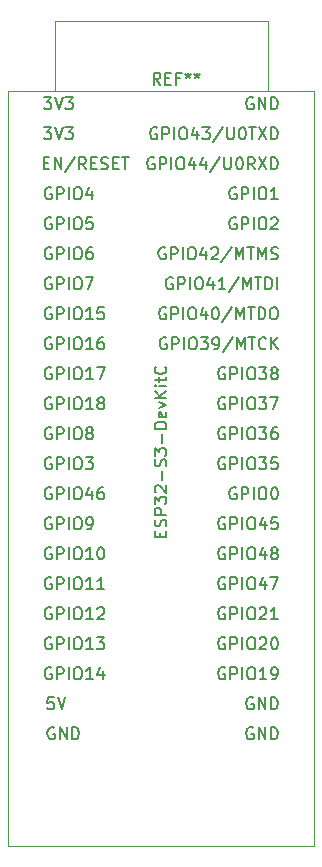
<source format=gbr>
%TF.GenerationSoftware,KiCad,Pcbnew,8.0.0*%
%TF.CreationDate,2024-02-24T18:53:26+01:00*%
%TF.ProjectId,ESP32-S3-Breadboard-Adapter,45535033-322d-4533-932d-427265616462,rev?*%
%TF.SameCoordinates,Original*%
%TF.FileFunction,Legend,Top*%
%TF.FilePolarity,Positive*%
%FSLAX46Y46*%
G04 Gerber Fmt 4.6, Leading zero omitted, Abs format (unit mm)*
G04 Created by KiCad (PCBNEW 8.0.0) date 2024-02-24 18:53:26*
%MOMM*%
%LPD*%
G01*
G04 APERTURE LIST*
%ADD10C,0.150000*%
%ADD11C,0.120000*%
G04 APERTURE END LIST*
D10*
X138370346Y-41283539D02*
X138037013Y-40807348D01*
X137798918Y-41283539D02*
X137798918Y-40283539D01*
X137798918Y-40283539D02*
X138179870Y-40283539D01*
X138179870Y-40283539D02*
X138275108Y-40331158D01*
X138275108Y-40331158D02*
X138322727Y-40378777D01*
X138322727Y-40378777D02*
X138370346Y-40474015D01*
X138370346Y-40474015D02*
X138370346Y-40616872D01*
X138370346Y-40616872D02*
X138322727Y-40712110D01*
X138322727Y-40712110D02*
X138275108Y-40759729D01*
X138275108Y-40759729D02*
X138179870Y-40807348D01*
X138179870Y-40807348D02*
X137798918Y-40807348D01*
X138798918Y-40759729D02*
X139132251Y-40759729D01*
X139275108Y-41283539D02*
X138798918Y-41283539D01*
X138798918Y-41283539D02*
X138798918Y-40283539D01*
X138798918Y-40283539D02*
X139275108Y-40283539D01*
X140037013Y-40759729D02*
X139703680Y-40759729D01*
X139703680Y-41283539D02*
X139703680Y-40283539D01*
X139703680Y-40283539D02*
X140179870Y-40283539D01*
X140703680Y-40283539D02*
X140703680Y-40521634D01*
X140465585Y-40426396D02*
X140703680Y-40521634D01*
X140703680Y-40521634D02*
X140941775Y-40426396D01*
X140560823Y-40712110D02*
X140703680Y-40521634D01*
X140703680Y-40521634D02*
X140846537Y-40712110D01*
X141465585Y-40283539D02*
X141465585Y-40521634D01*
X141227490Y-40426396D02*
X141465585Y-40521634D01*
X141465585Y-40521634D02*
X141703680Y-40426396D01*
X141322728Y-40712110D02*
X141465585Y-40521634D01*
X141465585Y-40521634D02*
X141608442Y-40712110D01*
X138361009Y-79556666D02*
X138361009Y-79223333D01*
X138884819Y-79080476D02*
X138884819Y-79556666D01*
X138884819Y-79556666D02*
X137884819Y-79556666D01*
X137884819Y-79556666D02*
X137884819Y-79080476D01*
X138837200Y-78699523D02*
X138884819Y-78556666D01*
X138884819Y-78556666D02*
X138884819Y-78318571D01*
X138884819Y-78318571D02*
X138837200Y-78223333D01*
X138837200Y-78223333D02*
X138789580Y-78175714D01*
X138789580Y-78175714D02*
X138694342Y-78128095D01*
X138694342Y-78128095D02*
X138599104Y-78128095D01*
X138599104Y-78128095D02*
X138503866Y-78175714D01*
X138503866Y-78175714D02*
X138456247Y-78223333D01*
X138456247Y-78223333D02*
X138408628Y-78318571D01*
X138408628Y-78318571D02*
X138361009Y-78509047D01*
X138361009Y-78509047D02*
X138313390Y-78604285D01*
X138313390Y-78604285D02*
X138265771Y-78651904D01*
X138265771Y-78651904D02*
X138170533Y-78699523D01*
X138170533Y-78699523D02*
X138075295Y-78699523D01*
X138075295Y-78699523D02*
X137980057Y-78651904D01*
X137980057Y-78651904D02*
X137932438Y-78604285D01*
X137932438Y-78604285D02*
X137884819Y-78509047D01*
X137884819Y-78509047D02*
X137884819Y-78270952D01*
X137884819Y-78270952D02*
X137932438Y-78128095D01*
X138884819Y-77699523D02*
X137884819Y-77699523D01*
X137884819Y-77699523D02*
X137884819Y-77318571D01*
X137884819Y-77318571D02*
X137932438Y-77223333D01*
X137932438Y-77223333D02*
X137980057Y-77175714D01*
X137980057Y-77175714D02*
X138075295Y-77128095D01*
X138075295Y-77128095D02*
X138218152Y-77128095D01*
X138218152Y-77128095D02*
X138313390Y-77175714D01*
X138313390Y-77175714D02*
X138361009Y-77223333D01*
X138361009Y-77223333D02*
X138408628Y-77318571D01*
X138408628Y-77318571D02*
X138408628Y-77699523D01*
X137884819Y-76794761D02*
X137884819Y-76175714D01*
X137884819Y-76175714D02*
X138265771Y-76509047D01*
X138265771Y-76509047D02*
X138265771Y-76366190D01*
X138265771Y-76366190D02*
X138313390Y-76270952D01*
X138313390Y-76270952D02*
X138361009Y-76223333D01*
X138361009Y-76223333D02*
X138456247Y-76175714D01*
X138456247Y-76175714D02*
X138694342Y-76175714D01*
X138694342Y-76175714D02*
X138789580Y-76223333D01*
X138789580Y-76223333D02*
X138837200Y-76270952D01*
X138837200Y-76270952D02*
X138884819Y-76366190D01*
X138884819Y-76366190D02*
X138884819Y-76651904D01*
X138884819Y-76651904D02*
X138837200Y-76747142D01*
X138837200Y-76747142D02*
X138789580Y-76794761D01*
X137980057Y-75794761D02*
X137932438Y-75747142D01*
X137932438Y-75747142D02*
X137884819Y-75651904D01*
X137884819Y-75651904D02*
X137884819Y-75413809D01*
X137884819Y-75413809D02*
X137932438Y-75318571D01*
X137932438Y-75318571D02*
X137980057Y-75270952D01*
X137980057Y-75270952D02*
X138075295Y-75223333D01*
X138075295Y-75223333D02*
X138170533Y-75223333D01*
X138170533Y-75223333D02*
X138313390Y-75270952D01*
X138313390Y-75270952D02*
X138884819Y-75842380D01*
X138884819Y-75842380D02*
X138884819Y-75223333D01*
X138503866Y-74794761D02*
X138503866Y-74032857D01*
X138837200Y-73604285D02*
X138884819Y-73461428D01*
X138884819Y-73461428D02*
X138884819Y-73223333D01*
X138884819Y-73223333D02*
X138837200Y-73128095D01*
X138837200Y-73128095D02*
X138789580Y-73080476D01*
X138789580Y-73080476D02*
X138694342Y-73032857D01*
X138694342Y-73032857D02*
X138599104Y-73032857D01*
X138599104Y-73032857D02*
X138503866Y-73080476D01*
X138503866Y-73080476D02*
X138456247Y-73128095D01*
X138456247Y-73128095D02*
X138408628Y-73223333D01*
X138408628Y-73223333D02*
X138361009Y-73413809D01*
X138361009Y-73413809D02*
X138313390Y-73509047D01*
X138313390Y-73509047D02*
X138265771Y-73556666D01*
X138265771Y-73556666D02*
X138170533Y-73604285D01*
X138170533Y-73604285D02*
X138075295Y-73604285D01*
X138075295Y-73604285D02*
X137980057Y-73556666D01*
X137980057Y-73556666D02*
X137932438Y-73509047D01*
X137932438Y-73509047D02*
X137884819Y-73413809D01*
X137884819Y-73413809D02*
X137884819Y-73175714D01*
X137884819Y-73175714D02*
X137932438Y-73032857D01*
X137884819Y-72699523D02*
X137884819Y-72080476D01*
X137884819Y-72080476D02*
X138265771Y-72413809D01*
X138265771Y-72413809D02*
X138265771Y-72270952D01*
X138265771Y-72270952D02*
X138313390Y-72175714D01*
X138313390Y-72175714D02*
X138361009Y-72128095D01*
X138361009Y-72128095D02*
X138456247Y-72080476D01*
X138456247Y-72080476D02*
X138694342Y-72080476D01*
X138694342Y-72080476D02*
X138789580Y-72128095D01*
X138789580Y-72128095D02*
X138837200Y-72175714D01*
X138837200Y-72175714D02*
X138884819Y-72270952D01*
X138884819Y-72270952D02*
X138884819Y-72556666D01*
X138884819Y-72556666D02*
X138837200Y-72651904D01*
X138837200Y-72651904D02*
X138789580Y-72699523D01*
X138503866Y-71651904D02*
X138503866Y-70890000D01*
X138884819Y-70413809D02*
X137884819Y-70413809D01*
X137884819Y-70413809D02*
X137884819Y-70175714D01*
X137884819Y-70175714D02*
X137932438Y-70032857D01*
X137932438Y-70032857D02*
X138027676Y-69937619D01*
X138027676Y-69937619D02*
X138122914Y-69890000D01*
X138122914Y-69890000D02*
X138313390Y-69842381D01*
X138313390Y-69842381D02*
X138456247Y-69842381D01*
X138456247Y-69842381D02*
X138646723Y-69890000D01*
X138646723Y-69890000D02*
X138741961Y-69937619D01*
X138741961Y-69937619D02*
X138837200Y-70032857D01*
X138837200Y-70032857D02*
X138884819Y-70175714D01*
X138884819Y-70175714D02*
X138884819Y-70413809D01*
X138837200Y-69032857D02*
X138884819Y-69128095D01*
X138884819Y-69128095D02*
X138884819Y-69318571D01*
X138884819Y-69318571D02*
X138837200Y-69413809D01*
X138837200Y-69413809D02*
X138741961Y-69461428D01*
X138741961Y-69461428D02*
X138361009Y-69461428D01*
X138361009Y-69461428D02*
X138265771Y-69413809D01*
X138265771Y-69413809D02*
X138218152Y-69318571D01*
X138218152Y-69318571D02*
X138218152Y-69128095D01*
X138218152Y-69128095D02*
X138265771Y-69032857D01*
X138265771Y-69032857D02*
X138361009Y-68985238D01*
X138361009Y-68985238D02*
X138456247Y-68985238D01*
X138456247Y-68985238D02*
X138551485Y-69461428D01*
X138218152Y-68651904D02*
X138884819Y-68413809D01*
X138884819Y-68413809D02*
X138218152Y-68175714D01*
X138884819Y-67794761D02*
X137884819Y-67794761D01*
X138884819Y-67223333D02*
X138313390Y-67651904D01*
X137884819Y-67223333D02*
X138456247Y-67794761D01*
X138884819Y-66794761D02*
X138218152Y-66794761D01*
X137884819Y-66794761D02*
X137932438Y-66842380D01*
X137932438Y-66842380D02*
X137980057Y-66794761D01*
X137980057Y-66794761D02*
X137932438Y-66747142D01*
X137932438Y-66747142D02*
X137884819Y-66794761D01*
X137884819Y-66794761D02*
X137980057Y-66794761D01*
X138218152Y-66461428D02*
X138218152Y-66080476D01*
X137884819Y-66318571D02*
X138741961Y-66318571D01*
X138741961Y-66318571D02*
X138837200Y-66270952D01*
X138837200Y-66270952D02*
X138884819Y-66175714D01*
X138884819Y-66175714D02*
X138884819Y-66080476D01*
X138789580Y-65175714D02*
X138837200Y-65223333D01*
X138837200Y-65223333D02*
X138884819Y-65366190D01*
X138884819Y-65366190D02*
X138884819Y-65461428D01*
X138884819Y-65461428D02*
X138837200Y-65604285D01*
X138837200Y-65604285D02*
X138741961Y-65699523D01*
X138741961Y-65699523D02*
X138646723Y-65747142D01*
X138646723Y-65747142D02*
X138456247Y-65794761D01*
X138456247Y-65794761D02*
X138313390Y-65794761D01*
X138313390Y-65794761D02*
X138122914Y-65747142D01*
X138122914Y-65747142D02*
X138027676Y-65699523D01*
X138027676Y-65699523D02*
X137932438Y-65604285D01*
X137932438Y-65604285D02*
X137884819Y-65461428D01*
X137884819Y-65461428D02*
X137884819Y-65366190D01*
X137884819Y-65366190D02*
X137932438Y-65223333D01*
X137932438Y-65223333D02*
X137980057Y-65175714D01*
X129134268Y-72911158D02*
X129039030Y-72863539D01*
X129039030Y-72863539D02*
X128896173Y-72863539D01*
X128896173Y-72863539D02*
X128753316Y-72911158D01*
X128753316Y-72911158D02*
X128658078Y-73006396D01*
X128658078Y-73006396D02*
X128610459Y-73101634D01*
X128610459Y-73101634D02*
X128562840Y-73292110D01*
X128562840Y-73292110D02*
X128562840Y-73434967D01*
X128562840Y-73434967D02*
X128610459Y-73625443D01*
X128610459Y-73625443D02*
X128658078Y-73720681D01*
X128658078Y-73720681D02*
X128753316Y-73815920D01*
X128753316Y-73815920D02*
X128896173Y-73863539D01*
X128896173Y-73863539D02*
X128991411Y-73863539D01*
X128991411Y-73863539D02*
X129134268Y-73815920D01*
X129134268Y-73815920D02*
X129181887Y-73768300D01*
X129181887Y-73768300D02*
X129181887Y-73434967D01*
X129181887Y-73434967D02*
X128991411Y-73434967D01*
X129610459Y-73863539D02*
X129610459Y-72863539D01*
X129610459Y-72863539D02*
X129991411Y-72863539D01*
X129991411Y-72863539D02*
X130086649Y-72911158D01*
X130086649Y-72911158D02*
X130134268Y-72958777D01*
X130134268Y-72958777D02*
X130181887Y-73054015D01*
X130181887Y-73054015D02*
X130181887Y-73196872D01*
X130181887Y-73196872D02*
X130134268Y-73292110D01*
X130134268Y-73292110D02*
X130086649Y-73339729D01*
X130086649Y-73339729D02*
X129991411Y-73387348D01*
X129991411Y-73387348D02*
X129610459Y-73387348D01*
X130610459Y-73863539D02*
X130610459Y-72863539D01*
X131277125Y-72863539D02*
X131467601Y-72863539D01*
X131467601Y-72863539D02*
X131562839Y-72911158D01*
X131562839Y-72911158D02*
X131658077Y-73006396D01*
X131658077Y-73006396D02*
X131705696Y-73196872D01*
X131705696Y-73196872D02*
X131705696Y-73530205D01*
X131705696Y-73530205D02*
X131658077Y-73720681D01*
X131658077Y-73720681D02*
X131562839Y-73815920D01*
X131562839Y-73815920D02*
X131467601Y-73863539D01*
X131467601Y-73863539D02*
X131277125Y-73863539D01*
X131277125Y-73863539D02*
X131181887Y-73815920D01*
X131181887Y-73815920D02*
X131086649Y-73720681D01*
X131086649Y-73720681D02*
X131039030Y-73530205D01*
X131039030Y-73530205D02*
X131039030Y-73196872D01*
X131039030Y-73196872D02*
X131086649Y-73006396D01*
X131086649Y-73006396D02*
X131181887Y-72911158D01*
X131181887Y-72911158D02*
X131277125Y-72863539D01*
X132039030Y-72863539D02*
X132658077Y-72863539D01*
X132658077Y-72863539D02*
X132324744Y-73244491D01*
X132324744Y-73244491D02*
X132467601Y-73244491D01*
X132467601Y-73244491D02*
X132562839Y-73292110D01*
X132562839Y-73292110D02*
X132610458Y-73339729D01*
X132610458Y-73339729D02*
X132658077Y-73434967D01*
X132658077Y-73434967D02*
X132658077Y-73673062D01*
X132658077Y-73673062D02*
X132610458Y-73768300D01*
X132610458Y-73768300D02*
X132562839Y-73815920D01*
X132562839Y-73815920D02*
X132467601Y-73863539D01*
X132467601Y-73863539D02*
X132181887Y-73863539D01*
X132181887Y-73863539D02*
X132086649Y-73815920D01*
X132086649Y-73815920D02*
X132039030Y-73768300D01*
X146209281Y-93231158D02*
X146114043Y-93183539D01*
X146114043Y-93183539D02*
X145971186Y-93183539D01*
X145971186Y-93183539D02*
X145828329Y-93231158D01*
X145828329Y-93231158D02*
X145733091Y-93326396D01*
X145733091Y-93326396D02*
X145685472Y-93421634D01*
X145685472Y-93421634D02*
X145637853Y-93612110D01*
X145637853Y-93612110D02*
X145637853Y-93754967D01*
X145637853Y-93754967D02*
X145685472Y-93945443D01*
X145685472Y-93945443D02*
X145733091Y-94040681D01*
X145733091Y-94040681D02*
X145828329Y-94135920D01*
X145828329Y-94135920D02*
X145971186Y-94183539D01*
X145971186Y-94183539D02*
X146066424Y-94183539D01*
X146066424Y-94183539D02*
X146209281Y-94135920D01*
X146209281Y-94135920D02*
X146256900Y-94088300D01*
X146256900Y-94088300D02*
X146256900Y-93754967D01*
X146256900Y-93754967D02*
X146066424Y-93754967D01*
X146685472Y-94183539D02*
X146685472Y-93183539D01*
X146685472Y-93183539D02*
X147256900Y-94183539D01*
X147256900Y-94183539D02*
X147256900Y-93183539D01*
X147733091Y-94183539D02*
X147733091Y-93183539D01*
X147733091Y-93183539D02*
X147971186Y-93183539D01*
X147971186Y-93183539D02*
X148114043Y-93231158D01*
X148114043Y-93231158D02*
X148209281Y-93326396D01*
X148209281Y-93326396D02*
X148256900Y-93421634D01*
X148256900Y-93421634D02*
X148304519Y-93612110D01*
X148304519Y-93612110D02*
X148304519Y-93754967D01*
X148304519Y-93754967D02*
X148256900Y-93945443D01*
X148256900Y-93945443D02*
X148209281Y-94040681D01*
X148209281Y-94040681D02*
X148114043Y-94135920D01*
X148114043Y-94135920D02*
X147971186Y-94183539D01*
X147971186Y-94183539D02*
X147733091Y-94183539D01*
X129134268Y-88151158D02*
X129039030Y-88103539D01*
X129039030Y-88103539D02*
X128896173Y-88103539D01*
X128896173Y-88103539D02*
X128753316Y-88151158D01*
X128753316Y-88151158D02*
X128658078Y-88246396D01*
X128658078Y-88246396D02*
X128610459Y-88341634D01*
X128610459Y-88341634D02*
X128562840Y-88532110D01*
X128562840Y-88532110D02*
X128562840Y-88674967D01*
X128562840Y-88674967D02*
X128610459Y-88865443D01*
X128610459Y-88865443D02*
X128658078Y-88960681D01*
X128658078Y-88960681D02*
X128753316Y-89055920D01*
X128753316Y-89055920D02*
X128896173Y-89103539D01*
X128896173Y-89103539D02*
X128991411Y-89103539D01*
X128991411Y-89103539D02*
X129134268Y-89055920D01*
X129134268Y-89055920D02*
X129181887Y-89008300D01*
X129181887Y-89008300D02*
X129181887Y-88674967D01*
X129181887Y-88674967D02*
X128991411Y-88674967D01*
X129610459Y-89103539D02*
X129610459Y-88103539D01*
X129610459Y-88103539D02*
X129991411Y-88103539D01*
X129991411Y-88103539D02*
X130086649Y-88151158D01*
X130086649Y-88151158D02*
X130134268Y-88198777D01*
X130134268Y-88198777D02*
X130181887Y-88294015D01*
X130181887Y-88294015D02*
X130181887Y-88436872D01*
X130181887Y-88436872D02*
X130134268Y-88532110D01*
X130134268Y-88532110D02*
X130086649Y-88579729D01*
X130086649Y-88579729D02*
X129991411Y-88627348D01*
X129991411Y-88627348D02*
X129610459Y-88627348D01*
X130610459Y-89103539D02*
X130610459Y-88103539D01*
X131277125Y-88103539D02*
X131467601Y-88103539D01*
X131467601Y-88103539D02*
X131562839Y-88151158D01*
X131562839Y-88151158D02*
X131658077Y-88246396D01*
X131658077Y-88246396D02*
X131705696Y-88436872D01*
X131705696Y-88436872D02*
X131705696Y-88770205D01*
X131705696Y-88770205D02*
X131658077Y-88960681D01*
X131658077Y-88960681D02*
X131562839Y-89055920D01*
X131562839Y-89055920D02*
X131467601Y-89103539D01*
X131467601Y-89103539D02*
X131277125Y-89103539D01*
X131277125Y-89103539D02*
X131181887Y-89055920D01*
X131181887Y-89055920D02*
X131086649Y-88960681D01*
X131086649Y-88960681D02*
X131039030Y-88770205D01*
X131039030Y-88770205D02*
X131039030Y-88436872D01*
X131039030Y-88436872D02*
X131086649Y-88246396D01*
X131086649Y-88246396D02*
X131181887Y-88151158D01*
X131181887Y-88151158D02*
X131277125Y-88103539D01*
X132658077Y-89103539D02*
X132086649Y-89103539D01*
X132372363Y-89103539D02*
X132372363Y-88103539D01*
X132372363Y-88103539D02*
X132277125Y-88246396D01*
X132277125Y-88246396D02*
X132181887Y-88341634D01*
X132181887Y-88341634D02*
X132086649Y-88389253D01*
X132991411Y-88103539D02*
X133610458Y-88103539D01*
X133610458Y-88103539D02*
X133277125Y-88484491D01*
X133277125Y-88484491D02*
X133419982Y-88484491D01*
X133419982Y-88484491D02*
X133515220Y-88532110D01*
X133515220Y-88532110D02*
X133562839Y-88579729D01*
X133562839Y-88579729D02*
X133610458Y-88674967D01*
X133610458Y-88674967D02*
X133610458Y-88913062D01*
X133610458Y-88913062D02*
X133562839Y-89008300D01*
X133562839Y-89008300D02*
X133515220Y-89055920D01*
X133515220Y-89055920D02*
X133419982Y-89103539D01*
X133419982Y-89103539D02*
X133134268Y-89103539D01*
X133134268Y-89103539D02*
X133039030Y-89055920D01*
X133039030Y-89055920D02*
X132991411Y-89008300D01*
X129134268Y-60211158D02*
X129039030Y-60163539D01*
X129039030Y-60163539D02*
X128896173Y-60163539D01*
X128896173Y-60163539D02*
X128753316Y-60211158D01*
X128753316Y-60211158D02*
X128658078Y-60306396D01*
X128658078Y-60306396D02*
X128610459Y-60401634D01*
X128610459Y-60401634D02*
X128562840Y-60592110D01*
X128562840Y-60592110D02*
X128562840Y-60734967D01*
X128562840Y-60734967D02*
X128610459Y-60925443D01*
X128610459Y-60925443D02*
X128658078Y-61020681D01*
X128658078Y-61020681D02*
X128753316Y-61115920D01*
X128753316Y-61115920D02*
X128896173Y-61163539D01*
X128896173Y-61163539D02*
X128991411Y-61163539D01*
X128991411Y-61163539D02*
X129134268Y-61115920D01*
X129134268Y-61115920D02*
X129181887Y-61068300D01*
X129181887Y-61068300D02*
X129181887Y-60734967D01*
X129181887Y-60734967D02*
X128991411Y-60734967D01*
X129610459Y-61163539D02*
X129610459Y-60163539D01*
X129610459Y-60163539D02*
X129991411Y-60163539D01*
X129991411Y-60163539D02*
X130086649Y-60211158D01*
X130086649Y-60211158D02*
X130134268Y-60258777D01*
X130134268Y-60258777D02*
X130181887Y-60354015D01*
X130181887Y-60354015D02*
X130181887Y-60496872D01*
X130181887Y-60496872D02*
X130134268Y-60592110D01*
X130134268Y-60592110D02*
X130086649Y-60639729D01*
X130086649Y-60639729D02*
X129991411Y-60687348D01*
X129991411Y-60687348D02*
X129610459Y-60687348D01*
X130610459Y-61163539D02*
X130610459Y-60163539D01*
X131277125Y-60163539D02*
X131467601Y-60163539D01*
X131467601Y-60163539D02*
X131562839Y-60211158D01*
X131562839Y-60211158D02*
X131658077Y-60306396D01*
X131658077Y-60306396D02*
X131705696Y-60496872D01*
X131705696Y-60496872D02*
X131705696Y-60830205D01*
X131705696Y-60830205D02*
X131658077Y-61020681D01*
X131658077Y-61020681D02*
X131562839Y-61115920D01*
X131562839Y-61115920D02*
X131467601Y-61163539D01*
X131467601Y-61163539D02*
X131277125Y-61163539D01*
X131277125Y-61163539D02*
X131181887Y-61115920D01*
X131181887Y-61115920D02*
X131086649Y-61020681D01*
X131086649Y-61020681D02*
X131039030Y-60830205D01*
X131039030Y-60830205D02*
X131039030Y-60496872D01*
X131039030Y-60496872D02*
X131086649Y-60306396D01*
X131086649Y-60306396D02*
X131181887Y-60211158D01*
X131181887Y-60211158D02*
X131277125Y-60163539D01*
X132658077Y-61163539D02*
X132086649Y-61163539D01*
X132372363Y-61163539D02*
X132372363Y-60163539D01*
X132372363Y-60163539D02*
X132277125Y-60306396D01*
X132277125Y-60306396D02*
X132181887Y-60401634D01*
X132181887Y-60401634D02*
X132086649Y-60449253D01*
X133562839Y-60163539D02*
X133086649Y-60163539D01*
X133086649Y-60163539D02*
X133039030Y-60639729D01*
X133039030Y-60639729D02*
X133086649Y-60592110D01*
X133086649Y-60592110D02*
X133181887Y-60544491D01*
X133181887Y-60544491D02*
X133419982Y-60544491D01*
X133419982Y-60544491D02*
X133515220Y-60592110D01*
X133515220Y-60592110D02*
X133562839Y-60639729D01*
X133562839Y-60639729D02*
X133610458Y-60734967D01*
X133610458Y-60734967D02*
X133610458Y-60973062D01*
X133610458Y-60973062D02*
X133562839Y-61068300D01*
X133562839Y-61068300D02*
X133515220Y-61115920D01*
X133515220Y-61115920D02*
X133419982Y-61163539D01*
X133419982Y-61163539D02*
X133181887Y-61163539D01*
X133181887Y-61163539D02*
X133086649Y-61115920D01*
X133086649Y-61115920D02*
X133039030Y-61068300D01*
X129134268Y-85611158D02*
X129039030Y-85563539D01*
X129039030Y-85563539D02*
X128896173Y-85563539D01*
X128896173Y-85563539D02*
X128753316Y-85611158D01*
X128753316Y-85611158D02*
X128658078Y-85706396D01*
X128658078Y-85706396D02*
X128610459Y-85801634D01*
X128610459Y-85801634D02*
X128562840Y-85992110D01*
X128562840Y-85992110D02*
X128562840Y-86134967D01*
X128562840Y-86134967D02*
X128610459Y-86325443D01*
X128610459Y-86325443D02*
X128658078Y-86420681D01*
X128658078Y-86420681D02*
X128753316Y-86515920D01*
X128753316Y-86515920D02*
X128896173Y-86563539D01*
X128896173Y-86563539D02*
X128991411Y-86563539D01*
X128991411Y-86563539D02*
X129134268Y-86515920D01*
X129134268Y-86515920D02*
X129181887Y-86468300D01*
X129181887Y-86468300D02*
X129181887Y-86134967D01*
X129181887Y-86134967D02*
X128991411Y-86134967D01*
X129610459Y-86563539D02*
X129610459Y-85563539D01*
X129610459Y-85563539D02*
X129991411Y-85563539D01*
X129991411Y-85563539D02*
X130086649Y-85611158D01*
X130086649Y-85611158D02*
X130134268Y-85658777D01*
X130134268Y-85658777D02*
X130181887Y-85754015D01*
X130181887Y-85754015D02*
X130181887Y-85896872D01*
X130181887Y-85896872D02*
X130134268Y-85992110D01*
X130134268Y-85992110D02*
X130086649Y-86039729D01*
X130086649Y-86039729D02*
X129991411Y-86087348D01*
X129991411Y-86087348D02*
X129610459Y-86087348D01*
X130610459Y-86563539D02*
X130610459Y-85563539D01*
X131277125Y-85563539D02*
X131467601Y-85563539D01*
X131467601Y-85563539D02*
X131562839Y-85611158D01*
X131562839Y-85611158D02*
X131658077Y-85706396D01*
X131658077Y-85706396D02*
X131705696Y-85896872D01*
X131705696Y-85896872D02*
X131705696Y-86230205D01*
X131705696Y-86230205D02*
X131658077Y-86420681D01*
X131658077Y-86420681D02*
X131562839Y-86515920D01*
X131562839Y-86515920D02*
X131467601Y-86563539D01*
X131467601Y-86563539D02*
X131277125Y-86563539D01*
X131277125Y-86563539D02*
X131181887Y-86515920D01*
X131181887Y-86515920D02*
X131086649Y-86420681D01*
X131086649Y-86420681D02*
X131039030Y-86230205D01*
X131039030Y-86230205D02*
X131039030Y-85896872D01*
X131039030Y-85896872D02*
X131086649Y-85706396D01*
X131086649Y-85706396D02*
X131181887Y-85611158D01*
X131181887Y-85611158D02*
X131277125Y-85563539D01*
X132658077Y-86563539D02*
X132086649Y-86563539D01*
X132372363Y-86563539D02*
X132372363Y-85563539D01*
X132372363Y-85563539D02*
X132277125Y-85706396D01*
X132277125Y-85706396D02*
X132181887Y-85801634D01*
X132181887Y-85801634D02*
X132086649Y-85849253D01*
X133039030Y-85658777D02*
X133086649Y-85611158D01*
X133086649Y-85611158D02*
X133181887Y-85563539D01*
X133181887Y-85563539D02*
X133419982Y-85563539D01*
X133419982Y-85563539D02*
X133515220Y-85611158D01*
X133515220Y-85611158D02*
X133562839Y-85658777D01*
X133562839Y-85658777D02*
X133610458Y-85754015D01*
X133610458Y-85754015D02*
X133610458Y-85849253D01*
X133610458Y-85849253D02*
X133562839Y-85992110D01*
X133562839Y-85992110D02*
X132991411Y-86563539D01*
X132991411Y-86563539D02*
X133610458Y-86563539D01*
X129134268Y-77991158D02*
X129039030Y-77943539D01*
X129039030Y-77943539D02*
X128896173Y-77943539D01*
X128896173Y-77943539D02*
X128753316Y-77991158D01*
X128753316Y-77991158D02*
X128658078Y-78086396D01*
X128658078Y-78086396D02*
X128610459Y-78181634D01*
X128610459Y-78181634D02*
X128562840Y-78372110D01*
X128562840Y-78372110D02*
X128562840Y-78514967D01*
X128562840Y-78514967D02*
X128610459Y-78705443D01*
X128610459Y-78705443D02*
X128658078Y-78800681D01*
X128658078Y-78800681D02*
X128753316Y-78895920D01*
X128753316Y-78895920D02*
X128896173Y-78943539D01*
X128896173Y-78943539D02*
X128991411Y-78943539D01*
X128991411Y-78943539D02*
X129134268Y-78895920D01*
X129134268Y-78895920D02*
X129181887Y-78848300D01*
X129181887Y-78848300D02*
X129181887Y-78514967D01*
X129181887Y-78514967D02*
X128991411Y-78514967D01*
X129610459Y-78943539D02*
X129610459Y-77943539D01*
X129610459Y-77943539D02*
X129991411Y-77943539D01*
X129991411Y-77943539D02*
X130086649Y-77991158D01*
X130086649Y-77991158D02*
X130134268Y-78038777D01*
X130134268Y-78038777D02*
X130181887Y-78134015D01*
X130181887Y-78134015D02*
X130181887Y-78276872D01*
X130181887Y-78276872D02*
X130134268Y-78372110D01*
X130134268Y-78372110D02*
X130086649Y-78419729D01*
X130086649Y-78419729D02*
X129991411Y-78467348D01*
X129991411Y-78467348D02*
X129610459Y-78467348D01*
X130610459Y-78943539D02*
X130610459Y-77943539D01*
X131277125Y-77943539D02*
X131467601Y-77943539D01*
X131467601Y-77943539D02*
X131562839Y-77991158D01*
X131562839Y-77991158D02*
X131658077Y-78086396D01*
X131658077Y-78086396D02*
X131705696Y-78276872D01*
X131705696Y-78276872D02*
X131705696Y-78610205D01*
X131705696Y-78610205D02*
X131658077Y-78800681D01*
X131658077Y-78800681D02*
X131562839Y-78895920D01*
X131562839Y-78895920D02*
X131467601Y-78943539D01*
X131467601Y-78943539D02*
X131277125Y-78943539D01*
X131277125Y-78943539D02*
X131181887Y-78895920D01*
X131181887Y-78895920D02*
X131086649Y-78800681D01*
X131086649Y-78800681D02*
X131039030Y-78610205D01*
X131039030Y-78610205D02*
X131039030Y-78276872D01*
X131039030Y-78276872D02*
X131086649Y-78086396D01*
X131086649Y-78086396D02*
X131181887Y-77991158D01*
X131181887Y-77991158D02*
X131277125Y-77943539D01*
X132181887Y-78943539D02*
X132372363Y-78943539D01*
X132372363Y-78943539D02*
X132467601Y-78895920D01*
X132467601Y-78895920D02*
X132515220Y-78848300D01*
X132515220Y-78848300D02*
X132610458Y-78705443D01*
X132610458Y-78705443D02*
X132658077Y-78514967D01*
X132658077Y-78514967D02*
X132658077Y-78134015D01*
X132658077Y-78134015D02*
X132610458Y-78038777D01*
X132610458Y-78038777D02*
X132562839Y-77991158D01*
X132562839Y-77991158D02*
X132467601Y-77943539D01*
X132467601Y-77943539D02*
X132277125Y-77943539D01*
X132277125Y-77943539D02*
X132181887Y-77991158D01*
X132181887Y-77991158D02*
X132134268Y-78038777D01*
X132134268Y-78038777D02*
X132086649Y-78134015D01*
X132086649Y-78134015D02*
X132086649Y-78372110D01*
X132086649Y-78372110D02*
X132134268Y-78467348D01*
X132134268Y-78467348D02*
X132181887Y-78514967D01*
X132181887Y-78514967D02*
X132277125Y-78562586D01*
X132277125Y-78562586D02*
X132467601Y-78562586D01*
X132467601Y-78562586D02*
X132562839Y-78514967D01*
X132562839Y-78514967D02*
X132610458Y-78467348D01*
X132610458Y-78467348D02*
X132658077Y-78372110D01*
X129134268Y-65291158D02*
X129039030Y-65243539D01*
X129039030Y-65243539D02*
X128896173Y-65243539D01*
X128896173Y-65243539D02*
X128753316Y-65291158D01*
X128753316Y-65291158D02*
X128658078Y-65386396D01*
X128658078Y-65386396D02*
X128610459Y-65481634D01*
X128610459Y-65481634D02*
X128562840Y-65672110D01*
X128562840Y-65672110D02*
X128562840Y-65814967D01*
X128562840Y-65814967D02*
X128610459Y-66005443D01*
X128610459Y-66005443D02*
X128658078Y-66100681D01*
X128658078Y-66100681D02*
X128753316Y-66195920D01*
X128753316Y-66195920D02*
X128896173Y-66243539D01*
X128896173Y-66243539D02*
X128991411Y-66243539D01*
X128991411Y-66243539D02*
X129134268Y-66195920D01*
X129134268Y-66195920D02*
X129181887Y-66148300D01*
X129181887Y-66148300D02*
X129181887Y-65814967D01*
X129181887Y-65814967D02*
X128991411Y-65814967D01*
X129610459Y-66243539D02*
X129610459Y-65243539D01*
X129610459Y-65243539D02*
X129991411Y-65243539D01*
X129991411Y-65243539D02*
X130086649Y-65291158D01*
X130086649Y-65291158D02*
X130134268Y-65338777D01*
X130134268Y-65338777D02*
X130181887Y-65434015D01*
X130181887Y-65434015D02*
X130181887Y-65576872D01*
X130181887Y-65576872D02*
X130134268Y-65672110D01*
X130134268Y-65672110D02*
X130086649Y-65719729D01*
X130086649Y-65719729D02*
X129991411Y-65767348D01*
X129991411Y-65767348D02*
X129610459Y-65767348D01*
X130610459Y-66243539D02*
X130610459Y-65243539D01*
X131277125Y-65243539D02*
X131467601Y-65243539D01*
X131467601Y-65243539D02*
X131562839Y-65291158D01*
X131562839Y-65291158D02*
X131658077Y-65386396D01*
X131658077Y-65386396D02*
X131705696Y-65576872D01*
X131705696Y-65576872D02*
X131705696Y-65910205D01*
X131705696Y-65910205D02*
X131658077Y-66100681D01*
X131658077Y-66100681D02*
X131562839Y-66195920D01*
X131562839Y-66195920D02*
X131467601Y-66243539D01*
X131467601Y-66243539D02*
X131277125Y-66243539D01*
X131277125Y-66243539D02*
X131181887Y-66195920D01*
X131181887Y-66195920D02*
X131086649Y-66100681D01*
X131086649Y-66100681D02*
X131039030Y-65910205D01*
X131039030Y-65910205D02*
X131039030Y-65576872D01*
X131039030Y-65576872D02*
X131086649Y-65386396D01*
X131086649Y-65386396D02*
X131181887Y-65291158D01*
X131181887Y-65291158D02*
X131277125Y-65243539D01*
X132658077Y-66243539D02*
X132086649Y-66243539D01*
X132372363Y-66243539D02*
X132372363Y-65243539D01*
X132372363Y-65243539D02*
X132277125Y-65386396D01*
X132277125Y-65386396D02*
X132181887Y-65481634D01*
X132181887Y-65481634D02*
X132086649Y-65529253D01*
X132991411Y-65243539D02*
X133658077Y-65243539D01*
X133658077Y-65243539D02*
X133229506Y-66243539D01*
X139399758Y-57671158D02*
X139304520Y-57623539D01*
X139304520Y-57623539D02*
X139161663Y-57623539D01*
X139161663Y-57623539D02*
X139018806Y-57671158D01*
X139018806Y-57671158D02*
X138923568Y-57766396D01*
X138923568Y-57766396D02*
X138875949Y-57861634D01*
X138875949Y-57861634D02*
X138828330Y-58052110D01*
X138828330Y-58052110D02*
X138828330Y-58194967D01*
X138828330Y-58194967D02*
X138875949Y-58385443D01*
X138875949Y-58385443D02*
X138923568Y-58480681D01*
X138923568Y-58480681D02*
X139018806Y-58575920D01*
X139018806Y-58575920D02*
X139161663Y-58623539D01*
X139161663Y-58623539D02*
X139256901Y-58623539D01*
X139256901Y-58623539D02*
X139399758Y-58575920D01*
X139399758Y-58575920D02*
X139447377Y-58528300D01*
X139447377Y-58528300D02*
X139447377Y-58194967D01*
X139447377Y-58194967D02*
X139256901Y-58194967D01*
X139875949Y-58623539D02*
X139875949Y-57623539D01*
X139875949Y-57623539D02*
X140256901Y-57623539D01*
X140256901Y-57623539D02*
X140352139Y-57671158D01*
X140352139Y-57671158D02*
X140399758Y-57718777D01*
X140399758Y-57718777D02*
X140447377Y-57814015D01*
X140447377Y-57814015D02*
X140447377Y-57956872D01*
X140447377Y-57956872D02*
X140399758Y-58052110D01*
X140399758Y-58052110D02*
X140352139Y-58099729D01*
X140352139Y-58099729D02*
X140256901Y-58147348D01*
X140256901Y-58147348D02*
X139875949Y-58147348D01*
X140875949Y-58623539D02*
X140875949Y-57623539D01*
X141542615Y-57623539D02*
X141733091Y-57623539D01*
X141733091Y-57623539D02*
X141828329Y-57671158D01*
X141828329Y-57671158D02*
X141923567Y-57766396D01*
X141923567Y-57766396D02*
X141971186Y-57956872D01*
X141971186Y-57956872D02*
X141971186Y-58290205D01*
X141971186Y-58290205D02*
X141923567Y-58480681D01*
X141923567Y-58480681D02*
X141828329Y-58575920D01*
X141828329Y-58575920D02*
X141733091Y-58623539D01*
X141733091Y-58623539D02*
X141542615Y-58623539D01*
X141542615Y-58623539D02*
X141447377Y-58575920D01*
X141447377Y-58575920D02*
X141352139Y-58480681D01*
X141352139Y-58480681D02*
X141304520Y-58290205D01*
X141304520Y-58290205D02*
X141304520Y-57956872D01*
X141304520Y-57956872D02*
X141352139Y-57766396D01*
X141352139Y-57766396D02*
X141447377Y-57671158D01*
X141447377Y-57671158D02*
X141542615Y-57623539D01*
X142828329Y-57956872D02*
X142828329Y-58623539D01*
X142590234Y-57575920D02*
X142352139Y-58290205D01*
X142352139Y-58290205D02*
X142971186Y-58290205D01*
X143875948Y-58623539D02*
X143304520Y-58623539D01*
X143590234Y-58623539D02*
X143590234Y-57623539D01*
X143590234Y-57623539D02*
X143494996Y-57766396D01*
X143494996Y-57766396D02*
X143399758Y-57861634D01*
X143399758Y-57861634D02*
X143304520Y-57909253D01*
X145018805Y-57575920D02*
X144161663Y-58861634D01*
X145352139Y-58623539D02*
X145352139Y-57623539D01*
X145352139Y-57623539D02*
X145685472Y-58337824D01*
X145685472Y-58337824D02*
X146018805Y-57623539D01*
X146018805Y-57623539D02*
X146018805Y-58623539D01*
X146352139Y-57623539D02*
X146923567Y-57623539D01*
X146637853Y-58623539D02*
X146637853Y-57623539D01*
X147256901Y-58623539D02*
X147256901Y-57623539D01*
X147256901Y-57623539D02*
X147494996Y-57623539D01*
X147494996Y-57623539D02*
X147637853Y-57671158D01*
X147637853Y-57671158D02*
X147733091Y-57766396D01*
X147733091Y-57766396D02*
X147780710Y-57861634D01*
X147780710Y-57861634D02*
X147828329Y-58052110D01*
X147828329Y-58052110D02*
X147828329Y-58194967D01*
X147828329Y-58194967D02*
X147780710Y-58385443D01*
X147780710Y-58385443D02*
X147733091Y-58480681D01*
X147733091Y-58480681D02*
X147637853Y-58575920D01*
X147637853Y-58575920D02*
X147494996Y-58623539D01*
X147494996Y-58623539D02*
X147256901Y-58623539D01*
X148256901Y-58623539D02*
X148256901Y-57623539D01*
X129134268Y-55131158D02*
X129039030Y-55083539D01*
X129039030Y-55083539D02*
X128896173Y-55083539D01*
X128896173Y-55083539D02*
X128753316Y-55131158D01*
X128753316Y-55131158D02*
X128658078Y-55226396D01*
X128658078Y-55226396D02*
X128610459Y-55321634D01*
X128610459Y-55321634D02*
X128562840Y-55512110D01*
X128562840Y-55512110D02*
X128562840Y-55654967D01*
X128562840Y-55654967D02*
X128610459Y-55845443D01*
X128610459Y-55845443D02*
X128658078Y-55940681D01*
X128658078Y-55940681D02*
X128753316Y-56035920D01*
X128753316Y-56035920D02*
X128896173Y-56083539D01*
X128896173Y-56083539D02*
X128991411Y-56083539D01*
X128991411Y-56083539D02*
X129134268Y-56035920D01*
X129134268Y-56035920D02*
X129181887Y-55988300D01*
X129181887Y-55988300D02*
X129181887Y-55654967D01*
X129181887Y-55654967D02*
X128991411Y-55654967D01*
X129610459Y-56083539D02*
X129610459Y-55083539D01*
X129610459Y-55083539D02*
X129991411Y-55083539D01*
X129991411Y-55083539D02*
X130086649Y-55131158D01*
X130086649Y-55131158D02*
X130134268Y-55178777D01*
X130134268Y-55178777D02*
X130181887Y-55274015D01*
X130181887Y-55274015D02*
X130181887Y-55416872D01*
X130181887Y-55416872D02*
X130134268Y-55512110D01*
X130134268Y-55512110D02*
X130086649Y-55559729D01*
X130086649Y-55559729D02*
X129991411Y-55607348D01*
X129991411Y-55607348D02*
X129610459Y-55607348D01*
X130610459Y-56083539D02*
X130610459Y-55083539D01*
X131277125Y-55083539D02*
X131467601Y-55083539D01*
X131467601Y-55083539D02*
X131562839Y-55131158D01*
X131562839Y-55131158D02*
X131658077Y-55226396D01*
X131658077Y-55226396D02*
X131705696Y-55416872D01*
X131705696Y-55416872D02*
X131705696Y-55750205D01*
X131705696Y-55750205D02*
X131658077Y-55940681D01*
X131658077Y-55940681D02*
X131562839Y-56035920D01*
X131562839Y-56035920D02*
X131467601Y-56083539D01*
X131467601Y-56083539D02*
X131277125Y-56083539D01*
X131277125Y-56083539D02*
X131181887Y-56035920D01*
X131181887Y-56035920D02*
X131086649Y-55940681D01*
X131086649Y-55940681D02*
X131039030Y-55750205D01*
X131039030Y-55750205D02*
X131039030Y-55416872D01*
X131039030Y-55416872D02*
X131086649Y-55226396D01*
X131086649Y-55226396D02*
X131181887Y-55131158D01*
X131181887Y-55131158D02*
X131277125Y-55083539D01*
X132562839Y-55083539D02*
X132372363Y-55083539D01*
X132372363Y-55083539D02*
X132277125Y-55131158D01*
X132277125Y-55131158D02*
X132229506Y-55178777D01*
X132229506Y-55178777D02*
X132134268Y-55321634D01*
X132134268Y-55321634D02*
X132086649Y-55512110D01*
X132086649Y-55512110D02*
X132086649Y-55893062D01*
X132086649Y-55893062D02*
X132134268Y-55988300D01*
X132134268Y-55988300D02*
X132181887Y-56035920D01*
X132181887Y-56035920D02*
X132277125Y-56083539D01*
X132277125Y-56083539D02*
X132467601Y-56083539D01*
X132467601Y-56083539D02*
X132562839Y-56035920D01*
X132562839Y-56035920D02*
X132610458Y-55988300D01*
X132610458Y-55988300D02*
X132658077Y-55893062D01*
X132658077Y-55893062D02*
X132658077Y-55654967D01*
X132658077Y-55654967D02*
X132610458Y-55559729D01*
X132610458Y-55559729D02*
X132562839Y-55512110D01*
X132562839Y-55512110D02*
X132467601Y-55464491D01*
X132467601Y-55464491D02*
X132277125Y-55464491D01*
X132277125Y-55464491D02*
X132181887Y-55512110D01*
X132181887Y-55512110D02*
X132134268Y-55559729D01*
X132134268Y-55559729D02*
X132086649Y-55654967D01*
X129134268Y-80531158D02*
X129039030Y-80483539D01*
X129039030Y-80483539D02*
X128896173Y-80483539D01*
X128896173Y-80483539D02*
X128753316Y-80531158D01*
X128753316Y-80531158D02*
X128658078Y-80626396D01*
X128658078Y-80626396D02*
X128610459Y-80721634D01*
X128610459Y-80721634D02*
X128562840Y-80912110D01*
X128562840Y-80912110D02*
X128562840Y-81054967D01*
X128562840Y-81054967D02*
X128610459Y-81245443D01*
X128610459Y-81245443D02*
X128658078Y-81340681D01*
X128658078Y-81340681D02*
X128753316Y-81435920D01*
X128753316Y-81435920D02*
X128896173Y-81483539D01*
X128896173Y-81483539D02*
X128991411Y-81483539D01*
X128991411Y-81483539D02*
X129134268Y-81435920D01*
X129134268Y-81435920D02*
X129181887Y-81388300D01*
X129181887Y-81388300D02*
X129181887Y-81054967D01*
X129181887Y-81054967D02*
X128991411Y-81054967D01*
X129610459Y-81483539D02*
X129610459Y-80483539D01*
X129610459Y-80483539D02*
X129991411Y-80483539D01*
X129991411Y-80483539D02*
X130086649Y-80531158D01*
X130086649Y-80531158D02*
X130134268Y-80578777D01*
X130134268Y-80578777D02*
X130181887Y-80674015D01*
X130181887Y-80674015D02*
X130181887Y-80816872D01*
X130181887Y-80816872D02*
X130134268Y-80912110D01*
X130134268Y-80912110D02*
X130086649Y-80959729D01*
X130086649Y-80959729D02*
X129991411Y-81007348D01*
X129991411Y-81007348D02*
X129610459Y-81007348D01*
X130610459Y-81483539D02*
X130610459Y-80483539D01*
X131277125Y-80483539D02*
X131467601Y-80483539D01*
X131467601Y-80483539D02*
X131562839Y-80531158D01*
X131562839Y-80531158D02*
X131658077Y-80626396D01*
X131658077Y-80626396D02*
X131705696Y-80816872D01*
X131705696Y-80816872D02*
X131705696Y-81150205D01*
X131705696Y-81150205D02*
X131658077Y-81340681D01*
X131658077Y-81340681D02*
X131562839Y-81435920D01*
X131562839Y-81435920D02*
X131467601Y-81483539D01*
X131467601Y-81483539D02*
X131277125Y-81483539D01*
X131277125Y-81483539D02*
X131181887Y-81435920D01*
X131181887Y-81435920D02*
X131086649Y-81340681D01*
X131086649Y-81340681D02*
X131039030Y-81150205D01*
X131039030Y-81150205D02*
X131039030Y-80816872D01*
X131039030Y-80816872D02*
X131086649Y-80626396D01*
X131086649Y-80626396D02*
X131181887Y-80531158D01*
X131181887Y-80531158D02*
X131277125Y-80483539D01*
X132658077Y-81483539D02*
X132086649Y-81483539D01*
X132372363Y-81483539D02*
X132372363Y-80483539D01*
X132372363Y-80483539D02*
X132277125Y-80626396D01*
X132277125Y-80626396D02*
X132181887Y-80721634D01*
X132181887Y-80721634D02*
X132086649Y-80769253D01*
X133277125Y-80483539D02*
X133372363Y-80483539D01*
X133372363Y-80483539D02*
X133467601Y-80531158D01*
X133467601Y-80531158D02*
X133515220Y-80578777D01*
X133515220Y-80578777D02*
X133562839Y-80674015D01*
X133562839Y-80674015D02*
X133610458Y-80864491D01*
X133610458Y-80864491D02*
X133610458Y-81102586D01*
X133610458Y-81102586D02*
X133562839Y-81293062D01*
X133562839Y-81293062D02*
X133515220Y-81388300D01*
X133515220Y-81388300D02*
X133467601Y-81435920D01*
X133467601Y-81435920D02*
X133372363Y-81483539D01*
X133372363Y-81483539D02*
X133277125Y-81483539D01*
X133277125Y-81483539D02*
X133181887Y-81435920D01*
X133181887Y-81435920D02*
X133134268Y-81388300D01*
X133134268Y-81388300D02*
X133086649Y-81293062D01*
X133086649Y-81293062D02*
X133039030Y-81102586D01*
X133039030Y-81102586D02*
X133039030Y-80864491D01*
X133039030Y-80864491D02*
X133086649Y-80674015D01*
X133086649Y-80674015D02*
X133134268Y-80578777D01*
X133134268Y-80578777D02*
X133181887Y-80531158D01*
X133181887Y-80531158D02*
X133277125Y-80483539D01*
X144780710Y-52591158D02*
X144685472Y-52543539D01*
X144685472Y-52543539D02*
X144542615Y-52543539D01*
X144542615Y-52543539D02*
X144399758Y-52591158D01*
X144399758Y-52591158D02*
X144304520Y-52686396D01*
X144304520Y-52686396D02*
X144256901Y-52781634D01*
X144256901Y-52781634D02*
X144209282Y-52972110D01*
X144209282Y-52972110D02*
X144209282Y-53114967D01*
X144209282Y-53114967D02*
X144256901Y-53305443D01*
X144256901Y-53305443D02*
X144304520Y-53400681D01*
X144304520Y-53400681D02*
X144399758Y-53495920D01*
X144399758Y-53495920D02*
X144542615Y-53543539D01*
X144542615Y-53543539D02*
X144637853Y-53543539D01*
X144637853Y-53543539D02*
X144780710Y-53495920D01*
X144780710Y-53495920D02*
X144828329Y-53448300D01*
X144828329Y-53448300D02*
X144828329Y-53114967D01*
X144828329Y-53114967D02*
X144637853Y-53114967D01*
X145256901Y-53543539D02*
X145256901Y-52543539D01*
X145256901Y-52543539D02*
X145637853Y-52543539D01*
X145637853Y-52543539D02*
X145733091Y-52591158D01*
X145733091Y-52591158D02*
X145780710Y-52638777D01*
X145780710Y-52638777D02*
X145828329Y-52734015D01*
X145828329Y-52734015D02*
X145828329Y-52876872D01*
X145828329Y-52876872D02*
X145780710Y-52972110D01*
X145780710Y-52972110D02*
X145733091Y-53019729D01*
X145733091Y-53019729D02*
X145637853Y-53067348D01*
X145637853Y-53067348D02*
X145256901Y-53067348D01*
X146256901Y-53543539D02*
X146256901Y-52543539D01*
X146923567Y-52543539D02*
X147114043Y-52543539D01*
X147114043Y-52543539D02*
X147209281Y-52591158D01*
X147209281Y-52591158D02*
X147304519Y-52686396D01*
X147304519Y-52686396D02*
X147352138Y-52876872D01*
X147352138Y-52876872D02*
X147352138Y-53210205D01*
X147352138Y-53210205D02*
X147304519Y-53400681D01*
X147304519Y-53400681D02*
X147209281Y-53495920D01*
X147209281Y-53495920D02*
X147114043Y-53543539D01*
X147114043Y-53543539D02*
X146923567Y-53543539D01*
X146923567Y-53543539D02*
X146828329Y-53495920D01*
X146828329Y-53495920D02*
X146733091Y-53400681D01*
X146733091Y-53400681D02*
X146685472Y-53210205D01*
X146685472Y-53210205D02*
X146685472Y-52876872D01*
X146685472Y-52876872D02*
X146733091Y-52686396D01*
X146733091Y-52686396D02*
X146828329Y-52591158D01*
X146828329Y-52591158D02*
X146923567Y-52543539D01*
X147733091Y-52638777D02*
X147780710Y-52591158D01*
X147780710Y-52591158D02*
X147875948Y-52543539D01*
X147875948Y-52543539D02*
X148114043Y-52543539D01*
X148114043Y-52543539D02*
X148209281Y-52591158D01*
X148209281Y-52591158D02*
X148256900Y-52638777D01*
X148256900Y-52638777D02*
X148304519Y-52734015D01*
X148304519Y-52734015D02*
X148304519Y-52829253D01*
X148304519Y-52829253D02*
X148256900Y-52972110D01*
X148256900Y-52972110D02*
X147685472Y-53543539D01*
X147685472Y-53543539D02*
X148304519Y-53543539D01*
X128515221Y-44923539D02*
X129134268Y-44923539D01*
X129134268Y-44923539D02*
X128800935Y-45304491D01*
X128800935Y-45304491D02*
X128943792Y-45304491D01*
X128943792Y-45304491D02*
X129039030Y-45352110D01*
X129039030Y-45352110D02*
X129086649Y-45399729D01*
X129086649Y-45399729D02*
X129134268Y-45494967D01*
X129134268Y-45494967D02*
X129134268Y-45733062D01*
X129134268Y-45733062D02*
X129086649Y-45828300D01*
X129086649Y-45828300D02*
X129039030Y-45875920D01*
X129039030Y-45875920D02*
X128943792Y-45923539D01*
X128943792Y-45923539D02*
X128658078Y-45923539D01*
X128658078Y-45923539D02*
X128562840Y-45875920D01*
X128562840Y-45875920D02*
X128515221Y-45828300D01*
X129419983Y-44923539D02*
X129753316Y-45923539D01*
X129753316Y-45923539D02*
X130086649Y-44923539D01*
X130324745Y-44923539D02*
X130943792Y-44923539D01*
X130943792Y-44923539D02*
X130610459Y-45304491D01*
X130610459Y-45304491D02*
X130753316Y-45304491D01*
X130753316Y-45304491D02*
X130848554Y-45352110D01*
X130848554Y-45352110D02*
X130896173Y-45399729D01*
X130896173Y-45399729D02*
X130943792Y-45494967D01*
X130943792Y-45494967D02*
X130943792Y-45733062D01*
X130943792Y-45733062D02*
X130896173Y-45828300D01*
X130896173Y-45828300D02*
X130848554Y-45875920D01*
X130848554Y-45875920D02*
X130753316Y-45923539D01*
X130753316Y-45923539D02*
X130467602Y-45923539D01*
X130467602Y-45923539D02*
X130372364Y-45875920D01*
X130372364Y-45875920D02*
X130324745Y-45828300D01*
X129134268Y-83071158D02*
X129039030Y-83023539D01*
X129039030Y-83023539D02*
X128896173Y-83023539D01*
X128896173Y-83023539D02*
X128753316Y-83071158D01*
X128753316Y-83071158D02*
X128658078Y-83166396D01*
X128658078Y-83166396D02*
X128610459Y-83261634D01*
X128610459Y-83261634D02*
X128562840Y-83452110D01*
X128562840Y-83452110D02*
X128562840Y-83594967D01*
X128562840Y-83594967D02*
X128610459Y-83785443D01*
X128610459Y-83785443D02*
X128658078Y-83880681D01*
X128658078Y-83880681D02*
X128753316Y-83975920D01*
X128753316Y-83975920D02*
X128896173Y-84023539D01*
X128896173Y-84023539D02*
X128991411Y-84023539D01*
X128991411Y-84023539D02*
X129134268Y-83975920D01*
X129134268Y-83975920D02*
X129181887Y-83928300D01*
X129181887Y-83928300D02*
X129181887Y-83594967D01*
X129181887Y-83594967D02*
X128991411Y-83594967D01*
X129610459Y-84023539D02*
X129610459Y-83023539D01*
X129610459Y-83023539D02*
X129991411Y-83023539D01*
X129991411Y-83023539D02*
X130086649Y-83071158D01*
X130086649Y-83071158D02*
X130134268Y-83118777D01*
X130134268Y-83118777D02*
X130181887Y-83214015D01*
X130181887Y-83214015D02*
X130181887Y-83356872D01*
X130181887Y-83356872D02*
X130134268Y-83452110D01*
X130134268Y-83452110D02*
X130086649Y-83499729D01*
X130086649Y-83499729D02*
X129991411Y-83547348D01*
X129991411Y-83547348D02*
X129610459Y-83547348D01*
X130610459Y-84023539D02*
X130610459Y-83023539D01*
X131277125Y-83023539D02*
X131467601Y-83023539D01*
X131467601Y-83023539D02*
X131562839Y-83071158D01*
X131562839Y-83071158D02*
X131658077Y-83166396D01*
X131658077Y-83166396D02*
X131705696Y-83356872D01*
X131705696Y-83356872D02*
X131705696Y-83690205D01*
X131705696Y-83690205D02*
X131658077Y-83880681D01*
X131658077Y-83880681D02*
X131562839Y-83975920D01*
X131562839Y-83975920D02*
X131467601Y-84023539D01*
X131467601Y-84023539D02*
X131277125Y-84023539D01*
X131277125Y-84023539D02*
X131181887Y-83975920D01*
X131181887Y-83975920D02*
X131086649Y-83880681D01*
X131086649Y-83880681D02*
X131039030Y-83690205D01*
X131039030Y-83690205D02*
X131039030Y-83356872D01*
X131039030Y-83356872D02*
X131086649Y-83166396D01*
X131086649Y-83166396D02*
X131181887Y-83071158D01*
X131181887Y-83071158D02*
X131277125Y-83023539D01*
X132658077Y-84023539D02*
X132086649Y-84023539D01*
X132372363Y-84023539D02*
X132372363Y-83023539D01*
X132372363Y-83023539D02*
X132277125Y-83166396D01*
X132277125Y-83166396D02*
X132181887Y-83261634D01*
X132181887Y-83261634D02*
X132086649Y-83309253D01*
X133610458Y-84023539D02*
X133039030Y-84023539D01*
X133324744Y-84023539D02*
X133324744Y-83023539D01*
X133324744Y-83023539D02*
X133229506Y-83166396D01*
X133229506Y-83166396D02*
X133134268Y-83261634D01*
X133134268Y-83261634D02*
X133039030Y-83309253D01*
X144780710Y-50051158D02*
X144685472Y-50003539D01*
X144685472Y-50003539D02*
X144542615Y-50003539D01*
X144542615Y-50003539D02*
X144399758Y-50051158D01*
X144399758Y-50051158D02*
X144304520Y-50146396D01*
X144304520Y-50146396D02*
X144256901Y-50241634D01*
X144256901Y-50241634D02*
X144209282Y-50432110D01*
X144209282Y-50432110D02*
X144209282Y-50574967D01*
X144209282Y-50574967D02*
X144256901Y-50765443D01*
X144256901Y-50765443D02*
X144304520Y-50860681D01*
X144304520Y-50860681D02*
X144399758Y-50955920D01*
X144399758Y-50955920D02*
X144542615Y-51003539D01*
X144542615Y-51003539D02*
X144637853Y-51003539D01*
X144637853Y-51003539D02*
X144780710Y-50955920D01*
X144780710Y-50955920D02*
X144828329Y-50908300D01*
X144828329Y-50908300D02*
X144828329Y-50574967D01*
X144828329Y-50574967D02*
X144637853Y-50574967D01*
X145256901Y-51003539D02*
X145256901Y-50003539D01*
X145256901Y-50003539D02*
X145637853Y-50003539D01*
X145637853Y-50003539D02*
X145733091Y-50051158D01*
X145733091Y-50051158D02*
X145780710Y-50098777D01*
X145780710Y-50098777D02*
X145828329Y-50194015D01*
X145828329Y-50194015D02*
X145828329Y-50336872D01*
X145828329Y-50336872D02*
X145780710Y-50432110D01*
X145780710Y-50432110D02*
X145733091Y-50479729D01*
X145733091Y-50479729D02*
X145637853Y-50527348D01*
X145637853Y-50527348D02*
X145256901Y-50527348D01*
X146256901Y-51003539D02*
X146256901Y-50003539D01*
X146923567Y-50003539D02*
X147114043Y-50003539D01*
X147114043Y-50003539D02*
X147209281Y-50051158D01*
X147209281Y-50051158D02*
X147304519Y-50146396D01*
X147304519Y-50146396D02*
X147352138Y-50336872D01*
X147352138Y-50336872D02*
X147352138Y-50670205D01*
X147352138Y-50670205D02*
X147304519Y-50860681D01*
X147304519Y-50860681D02*
X147209281Y-50955920D01*
X147209281Y-50955920D02*
X147114043Y-51003539D01*
X147114043Y-51003539D02*
X146923567Y-51003539D01*
X146923567Y-51003539D02*
X146828329Y-50955920D01*
X146828329Y-50955920D02*
X146733091Y-50860681D01*
X146733091Y-50860681D02*
X146685472Y-50670205D01*
X146685472Y-50670205D02*
X146685472Y-50336872D01*
X146685472Y-50336872D02*
X146733091Y-50146396D01*
X146733091Y-50146396D02*
X146828329Y-50051158D01*
X146828329Y-50051158D02*
X146923567Y-50003539D01*
X148304519Y-51003539D02*
X147733091Y-51003539D01*
X148018805Y-51003539D02*
X148018805Y-50003539D01*
X148018805Y-50003539D02*
X147923567Y-50146396D01*
X147923567Y-50146396D02*
X147828329Y-50241634D01*
X147828329Y-50241634D02*
X147733091Y-50289253D01*
X143828329Y-85611158D02*
X143733091Y-85563539D01*
X143733091Y-85563539D02*
X143590234Y-85563539D01*
X143590234Y-85563539D02*
X143447377Y-85611158D01*
X143447377Y-85611158D02*
X143352139Y-85706396D01*
X143352139Y-85706396D02*
X143304520Y-85801634D01*
X143304520Y-85801634D02*
X143256901Y-85992110D01*
X143256901Y-85992110D02*
X143256901Y-86134967D01*
X143256901Y-86134967D02*
X143304520Y-86325443D01*
X143304520Y-86325443D02*
X143352139Y-86420681D01*
X143352139Y-86420681D02*
X143447377Y-86515920D01*
X143447377Y-86515920D02*
X143590234Y-86563539D01*
X143590234Y-86563539D02*
X143685472Y-86563539D01*
X143685472Y-86563539D02*
X143828329Y-86515920D01*
X143828329Y-86515920D02*
X143875948Y-86468300D01*
X143875948Y-86468300D02*
X143875948Y-86134967D01*
X143875948Y-86134967D02*
X143685472Y-86134967D01*
X144304520Y-86563539D02*
X144304520Y-85563539D01*
X144304520Y-85563539D02*
X144685472Y-85563539D01*
X144685472Y-85563539D02*
X144780710Y-85611158D01*
X144780710Y-85611158D02*
X144828329Y-85658777D01*
X144828329Y-85658777D02*
X144875948Y-85754015D01*
X144875948Y-85754015D02*
X144875948Y-85896872D01*
X144875948Y-85896872D02*
X144828329Y-85992110D01*
X144828329Y-85992110D02*
X144780710Y-86039729D01*
X144780710Y-86039729D02*
X144685472Y-86087348D01*
X144685472Y-86087348D02*
X144304520Y-86087348D01*
X145304520Y-86563539D02*
X145304520Y-85563539D01*
X145971186Y-85563539D02*
X146161662Y-85563539D01*
X146161662Y-85563539D02*
X146256900Y-85611158D01*
X146256900Y-85611158D02*
X146352138Y-85706396D01*
X146352138Y-85706396D02*
X146399757Y-85896872D01*
X146399757Y-85896872D02*
X146399757Y-86230205D01*
X146399757Y-86230205D02*
X146352138Y-86420681D01*
X146352138Y-86420681D02*
X146256900Y-86515920D01*
X146256900Y-86515920D02*
X146161662Y-86563539D01*
X146161662Y-86563539D02*
X145971186Y-86563539D01*
X145971186Y-86563539D02*
X145875948Y-86515920D01*
X145875948Y-86515920D02*
X145780710Y-86420681D01*
X145780710Y-86420681D02*
X145733091Y-86230205D01*
X145733091Y-86230205D02*
X145733091Y-85896872D01*
X145733091Y-85896872D02*
X145780710Y-85706396D01*
X145780710Y-85706396D02*
X145875948Y-85611158D01*
X145875948Y-85611158D02*
X145971186Y-85563539D01*
X146780710Y-85658777D02*
X146828329Y-85611158D01*
X146828329Y-85611158D02*
X146923567Y-85563539D01*
X146923567Y-85563539D02*
X147161662Y-85563539D01*
X147161662Y-85563539D02*
X147256900Y-85611158D01*
X147256900Y-85611158D02*
X147304519Y-85658777D01*
X147304519Y-85658777D02*
X147352138Y-85754015D01*
X147352138Y-85754015D02*
X147352138Y-85849253D01*
X147352138Y-85849253D02*
X147304519Y-85992110D01*
X147304519Y-85992110D02*
X146733091Y-86563539D01*
X146733091Y-86563539D02*
X147352138Y-86563539D01*
X148304519Y-86563539D02*
X147733091Y-86563539D01*
X148018805Y-86563539D02*
X148018805Y-85563539D01*
X148018805Y-85563539D02*
X147923567Y-85706396D01*
X147923567Y-85706396D02*
X147828329Y-85801634D01*
X147828329Y-85801634D02*
X147733091Y-85849253D01*
X144780710Y-75451158D02*
X144685472Y-75403539D01*
X144685472Y-75403539D02*
X144542615Y-75403539D01*
X144542615Y-75403539D02*
X144399758Y-75451158D01*
X144399758Y-75451158D02*
X144304520Y-75546396D01*
X144304520Y-75546396D02*
X144256901Y-75641634D01*
X144256901Y-75641634D02*
X144209282Y-75832110D01*
X144209282Y-75832110D02*
X144209282Y-75974967D01*
X144209282Y-75974967D02*
X144256901Y-76165443D01*
X144256901Y-76165443D02*
X144304520Y-76260681D01*
X144304520Y-76260681D02*
X144399758Y-76355920D01*
X144399758Y-76355920D02*
X144542615Y-76403539D01*
X144542615Y-76403539D02*
X144637853Y-76403539D01*
X144637853Y-76403539D02*
X144780710Y-76355920D01*
X144780710Y-76355920D02*
X144828329Y-76308300D01*
X144828329Y-76308300D02*
X144828329Y-75974967D01*
X144828329Y-75974967D02*
X144637853Y-75974967D01*
X145256901Y-76403539D02*
X145256901Y-75403539D01*
X145256901Y-75403539D02*
X145637853Y-75403539D01*
X145637853Y-75403539D02*
X145733091Y-75451158D01*
X145733091Y-75451158D02*
X145780710Y-75498777D01*
X145780710Y-75498777D02*
X145828329Y-75594015D01*
X145828329Y-75594015D02*
X145828329Y-75736872D01*
X145828329Y-75736872D02*
X145780710Y-75832110D01*
X145780710Y-75832110D02*
X145733091Y-75879729D01*
X145733091Y-75879729D02*
X145637853Y-75927348D01*
X145637853Y-75927348D02*
X145256901Y-75927348D01*
X146256901Y-76403539D02*
X146256901Y-75403539D01*
X146923567Y-75403539D02*
X147114043Y-75403539D01*
X147114043Y-75403539D02*
X147209281Y-75451158D01*
X147209281Y-75451158D02*
X147304519Y-75546396D01*
X147304519Y-75546396D02*
X147352138Y-75736872D01*
X147352138Y-75736872D02*
X147352138Y-76070205D01*
X147352138Y-76070205D02*
X147304519Y-76260681D01*
X147304519Y-76260681D02*
X147209281Y-76355920D01*
X147209281Y-76355920D02*
X147114043Y-76403539D01*
X147114043Y-76403539D02*
X146923567Y-76403539D01*
X146923567Y-76403539D02*
X146828329Y-76355920D01*
X146828329Y-76355920D02*
X146733091Y-76260681D01*
X146733091Y-76260681D02*
X146685472Y-76070205D01*
X146685472Y-76070205D02*
X146685472Y-75736872D01*
X146685472Y-75736872D02*
X146733091Y-75546396D01*
X146733091Y-75546396D02*
X146828329Y-75451158D01*
X146828329Y-75451158D02*
X146923567Y-75403539D01*
X147971186Y-75403539D02*
X148066424Y-75403539D01*
X148066424Y-75403539D02*
X148161662Y-75451158D01*
X148161662Y-75451158D02*
X148209281Y-75498777D01*
X148209281Y-75498777D02*
X148256900Y-75594015D01*
X148256900Y-75594015D02*
X148304519Y-75784491D01*
X148304519Y-75784491D02*
X148304519Y-76022586D01*
X148304519Y-76022586D02*
X148256900Y-76213062D01*
X148256900Y-76213062D02*
X148209281Y-76308300D01*
X148209281Y-76308300D02*
X148161662Y-76355920D01*
X148161662Y-76355920D02*
X148066424Y-76403539D01*
X148066424Y-76403539D02*
X147971186Y-76403539D01*
X147971186Y-76403539D02*
X147875948Y-76355920D01*
X147875948Y-76355920D02*
X147828329Y-76308300D01*
X147828329Y-76308300D02*
X147780710Y-76213062D01*
X147780710Y-76213062D02*
X147733091Y-76022586D01*
X147733091Y-76022586D02*
X147733091Y-75784491D01*
X147733091Y-75784491D02*
X147780710Y-75594015D01*
X147780710Y-75594015D02*
X147828329Y-75498777D01*
X147828329Y-75498777D02*
X147875948Y-75451158D01*
X147875948Y-75451158D02*
X147971186Y-75403539D01*
X143828329Y-90691158D02*
X143733091Y-90643539D01*
X143733091Y-90643539D02*
X143590234Y-90643539D01*
X143590234Y-90643539D02*
X143447377Y-90691158D01*
X143447377Y-90691158D02*
X143352139Y-90786396D01*
X143352139Y-90786396D02*
X143304520Y-90881634D01*
X143304520Y-90881634D02*
X143256901Y-91072110D01*
X143256901Y-91072110D02*
X143256901Y-91214967D01*
X143256901Y-91214967D02*
X143304520Y-91405443D01*
X143304520Y-91405443D02*
X143352139Y-91500681D01*
X143352139Y-91500681D02*
X143447377Y-91595920D01*
X143447377Y-91595920D02*
X143590234Y-91643539D01*
X143590234Y-91643539D02*
X143685472Y-91643539D01*
X143685472Y-91643539D02*
X143828329Y-91595920D01*
X143828329Y-91595920D02*
X143875948Y-91548300D01*
X143875948Y-91548300D02*
X143875948Y-91214967D01*
X143875948Y-91214967D02*
X143685472Y-91214967D01*
X144304520Y-91643539D02*
X144304520Y-90643539D01*
X144304520Y-90643539D02*
X144685472Y-90643539D01*
X144685472Y-90643539D02*
X144780710Y-90691158D01*
X144780710Y-90691158D02*
X144828329Y-90738777D01*
X144828329Y-90738777D02*
X144875948Y-90834015D01*
X144875948Y-90834015D02*
X144875948Y-90976872D01*
X144875948Y-90976872D02*
X144828329Y-91072110D01*
X144828329Y-91072110D02*
X144780710Y-91119729D01*
X144780710Y-91119729D02*
X144685472Y-91167348D01*
X144685472Y-91167348D02*
X144304520Y-91167348D01*
X145304520Y-91643539D02*
X145304520Y-90643539D01*
X145971186Y-90643539D02*
X146161662Y-90643539D01*
X146161662Y-90643539D02*
X146256900Y-90691158D01*
X146256900Y-90691158D02*
X146352138Y-90786396D01*
X146352138Y-90786396D02*
X146399757Y-90976872D01*
X146399757Y-90976872D02*
X146399757Y-91310205D01*
X146399757Y-91310205D02*
X146352138Y-91500681D01*
X146352138Y-91500681D02*
X146256900Y-91595920D01*
X146256900Y-91595920D02*
X146161662Y-91643539D01*
X146161662Y-91643539D02*
X145971186Y-91643539D01*
X145971186Y-91643539D02*
X145875948Y-91595920D01*
X145875948Y-91595920D02*
X145780710Y-91500681D01*
X145780710Y-91500681D02*
X145733091Y-91310205D01*
X145733091Y-91310205D02*
X145733091Y-90976872D01*
X145733091Y-90976872D02*
X145780710Y-90786396D01*
X145780710Y-90786396D02*
X145875948Y-90691158D01*
X145875948Y-90691158D02*
X145971186Y-90643539D01*
X147352138Y-91643539D02*
X146780710Y-91643539D01*
X147066424Y-91643539D02*
X147066424Y-90643539D01*
X147066424Y-90643539D02*
X146971186Y-90786396D01*
X146971186Y-90786396D02*
X146875948Y-90881634D01*
X146875948Y-90881634D02*
X146780710Y-90929253D01*
X147828329Y-91643539D02*
X148018805Y-91643539D01*
X148018805Y-91643539D02*
X148114043Y-91595920D01*
X148114043Y-91595920D02*
X148161662Y-91548300D01*
X148161662Y-91548300D02*
X148256900Y-91405443D01*
X148256900Y-91405443D02*
X148304519Y-91214967D01*
X148304519Y-91214967D02*
X148304519Y-90834015D01*
X148304519Y-90834015D02*
X148256900Y-90738777D01*
X148256900Y-90738777D02*
X148209281Y-90691158D01*
X148209281Y-90691158D02*
X148114043Y-90643539D01*
X148114043Y-90643539D02*
X147923567Y-90643539D01*
X147923567Y-90643539D02*
X147828329Y-90691158D01*
X147828329Y-90691158D02*
X147780710Y-90738777D01*
X147780710Y-90738777D02*
X147733091Y-90834015D01*
X147733091Y-90834015D02*
X147733091Y-91072110D01*
X147733091Y-91072110D02*
X147780710Y-91167348D01*
X147780710Y-91167348D02*
X147828329Y-91214967D01*
X147828329Y-91214967D02*
X147923567Y-91262586D01*
X147923567Y-91262586D02*
X148114043Y-91262586D01*
X148114043Y-91262586D02*
X148209281Y-91214967D01*
X148209281Y-91214967D02*
X148256900Y-91167348D01*
X148256900Y-91167348D02*
X148304519Y-91072110D01*
X143828329Y-83071158D02*
X143733091Y-83023539D01*
X143733091Y-83023539D02*
X143590234Y-83023539D01*
X143590234Y-83023539D02*
X143447377Y-83071158D01*
X143447377Y-83071158D02*
X143352139Y-83166396D01*
X143352139Y-83166396D02*
X143304520Y-83261634D01*
X143304520Y-83261634D02*
X143256901Y-83452110D01*
X143256901Y-83452110D02*
X143256901Y-83594967D01*
X143256901Y-83594967D02*
X143304520Y-83785443D01*
X143304520Y-83785443D02*
X143352139Y-83880681D01*
X143352139Y-83880681D02*
X143447377Y-83975920D01*
X143447377Y-83975920D02*
X143590234Y-84023539D01*
X143590234Y-84023539D02*
X143685472Y-84023539D01*
X143685472Y-84023539D02*
X143828329Y-83975920D01*
X143828329Y-83975920D02*
X143875948Y-83928300D01*
X143875948Y-83928300D02*
X143875948Y-83594967D01*
X143875948Y-83594967D02*
X143685472Y-83594967D01*
X144304520Y-84023539D02*
X144304520Y-83023539D01*
X144304520Y-83023539D02*
X144685472Y-83023539D01*
X144685472Y-83023539D02*
X144780710Y-83071158D01*
X144780710Y-83071158D02*
X144828329Y-83118777D01*
X144828329Y-83118777D02*
X144875948Y-83214015D01*
X144875948Y-83214015D02*
X144875948Y-83356872D01*
X144875948Y-83356872D02*
X144828329Y-83452110D01*
X144828329Y-83452110D02*
X144780710Y-83499729D01*
X144780710Y-83499729D02*
X144685472Y-83547348D01*
X144685472Y-83547348D02*
X144304520Y-83547348D01*
X145304520Y-84023539D02*
X145304520Y-83023539D01*
X145971186Y-83023539D02*
X146161662Y-83023539D01*
X146161662Y-83023539D02*
X146256900Y-83071158D01*
X146256900Y-83071158D02*
X146352138Y-83166396D01*
X146352138Y-83166396D02*
X146399757Y-83356872D01*
X146399757Y-83356872D02*
X146399757Y-83690205D01*
X146399757Y-83690205D02*
X146352138Y-83880681D01*
X146352138Y-83880681D02*
X146256900Y-83975920D01*
X146256900Y-83975920D02*
X146161662Y-84023539D01*
X146161662Y-84023539D02*
X145971186Y-84023539D01*
X145971186Y-84023539D02*
X145875948Y-83975920D01*
X145875948Y-83975920D02*
X145780710Y-83880681D01*
X145780710Y-83880681D02*
X145733091Y-83690205D01*
X145733091Y-83690205D02*
X145733091Y-83356872D01*
X145733091Y-83356872D02*
X145780710Y-83166396D01*
X145780710Y-83166396D02*
X145875948Y-83071158D01*
X145875948Y-83071158D02*
X145971186Y-83023539D01*
X147256900Y-83356872D02*
X147256900Y-84023539D01*
X147018805Y-82975920D02*
X146780710Y-83690205D01*
X146780710Y-83690205D02*
X147399757Y-83690205D01*
X147685472Y-83023539D02*
X148352138Y-83023539D01*
X148352138Y-83023539D02*
X147923567Y-84023539D01*
X143828329Y-80531158D02*
X143733091Y-80483539D01*
X143733091Y-80483539D02*
X143590234Y-80483539D01*
X143590234Y-80483539D02*
X143447377Y-80531158D01*
X143447377Y-80531158D02*
X143352139Y-80626396D01*
X143352139Y-80626396D02*
X143304520Y-80721634D01*
X143304520Y-80721634D02*
X143256901Y-80912110D01*
X143256901Y-80912110D02*
X143256901Y-81054967D01*
X143256901Y-81054967D02*
X143304520Y-81245443D01*
X143304520Y-81245443D02*
X143352139Y-81340681D01*
X143352139Y-81340681D02*
X143447377Y-81435920D01*
X143447377Y-81435920D02*
X143590234Y-81483539D01*
X143590234Y-81483539D02*
X143685472Y-81483539D01*
X143685472Y-81483539D02*
X143828329Y-81435920D01*
X143828329Y-81435920D02*
X143875948Y-81388300D01*
X143875948Y-81388300D02*
X143875948Y-81054967D01*
X143875948Y-81054967D02*
X143685472Y-81054967D01*
X144304520Y-81483539D02*
X144304520Y-80483539D01*
X144304520Y-80483539D02*
X144685472Y-80483539D01*
X144685472Y-80483539D02*
X144780710Y-80531158D01*
X144780710Y-80531158D02*
X144828329Y-80578777D01*
X144828329Y-80578777D02*
X144875948Y-80674015D01*
X144875948Y-80674015D02*
X144875948Y-80816872D01*
X144875948Y-80816872D02*
X144828329Y-80912110D01*
X144828329Y-80912110D02*
X144780710Y-80959729D01*
X144780710Y-80959729D02*
X144685472Y-81007348D01*
X144685472Y-81007348D02*
X144304520Y-81007348D01*
X145304520Y-81483539D02*
X145304520Y-80483539D01*
X145971186Y-80483539D02*
X146161662Y-80483539D01*
X146161662Y-80483539D02*
X146256900Y-80531158D01*
X146256900Y-80531158D02*
X146352138Y-80626396D01*
X146352138Y-80626396D02*
X146399757Y-80816872D01*
X146399757Y-80816872D02*
X146399757Y-81150205D01*
X146399757Y-81150205D02*
X146352138Y-81340681D01*
X146352138Y-81340681D02*
X146256900Y-81435920D01*
X146256900Y-81435920D02*
X146161662Y-81483539D01*
X146161662Y-81483539D02*
X145971186Y-81483539D01*
X145971186Y-81483539D02*
X145875948Y-81435920D01*
X145875948Y-81435920D02*
X145780710Y-81340681D01*
X145780710Y-81340681D02*
X145733091Y-81150205D01*
X145733091Y-81150205D02*
X145733091Y-80816872D01*
X145733091Y-80816872D02*
X145780710Y-80626396D01*
X145780710Y-80626396D02*
X145875948Y-80531158D01*
X145875948Y-80531158D02*
X145971186Y-80483539D01*
X147256900Y-80816872D02*
X147256900Y-81483539D01*
X147018805Y-80435920D02*
X146780710Y-81150205D01*
X146780710Y-81150205D02*
X147399757Y-81150205D01*
X147923567Y-80912110D02*
X147828329Y-80864491D01*
X147828329Y-80864491D02*
X147780710Y-80816872D01*
X147780710Y-80816872D02*
X147733091Y-80721634D01*
X147733091Y-80721634D02*
X147733091Y-80674015D01*
X147733091Y-80674015D02*
X147780710Y-80578777D01*
X147780710Y-80578777D02*
X147828329Y-80531158D01*
X147828329Y-80531158D02*
X147923567Y-80483539D01*
X147923567Y-80483539D02*
X148114043Y-80483539D01*
X148114043Y-80483539D02*
X148209281Y-80531158D01*
X148209281Y-80531158D02*
X148256900Y-80578777D01*
X148256900Y-80578777D02*
X148304519Y-80674015D01*
X148304519Y-80674015D02*
X148304519Y-80721634D01*
X148304519Y-80721634D02*
X148256900Y-80816872D01*
X148256900Y-80816872D02*
X148209281Y-80864491D01*
X148209281Y-80864491D02*
X148114043Y-80912110D01*
X148114043Y-80912110D02*
X147923567Y-80912110D01*
X147923567Y-80912110D02*
X147828329Y-80959729D01*
X147828329Y-80959729D02*
X147780710Y-81007348D01*
X147780710Y-81007348D02*
X147733091Y-81102586D01*
X147733091Y-81102586D02*
X147733091Y-81293062D01*
X147733091Y-81293062D02*
X147780710Y-81388300D01*
X147780710Y-81388300D02*
X147828329Y-81435920D01*
X147828329Y-81435920D02*
X147923567Y-81483539D01*
X147923567Y-81483539D02*
X148114043Y-81483539D01*
X148114043Y-81483539D02*
X148209281Y-81435920D01*
X148209281Y-81435920D02*
X148256900Y-81388300D01*
X148256900Y-81388300D02*
X148304519Y-81293062D01*
X148304519Y-81293062D02*
X148304519Y-81102586D01*
X148304519Y-81102586D02*
X148256900Y-81007348D01*
X148256900Y-81007348D02*
X148209281Y-80959729D01*
X148209281Y-80959729D02*
X148114043Y-80912110D01*
X146209281Y-42431158D02*
X146114043Y-42383539D01*
X146114043Y-42383539D02*
X145971186Y-42383539D01*
X145971186Y-42383539D02*
X145828329Y-42431158D01*
X145828329Y-42431158D02*
X145733091Y-42526396D01*
X145733091Y-42526396D02*
X145685472Y-42621634D01*
X145685472Y-42621634D02*
X145637853Y-42812110D01*
X145637853Y-42812110D02*
X145637853Y-42954967D01*
X145637853Y-42954967D02*
X145685472Y-43145443D01*
X145685472Y-43145443D02*
X145733091Y-43240681D01*
X145733091Y-43240681D02*
X145828329Y-43335920D01*
X145828329Y-43335920D02*
X145971186Y-43383539D01*
X145971186Y-43383539D02*
X146066424Y-43383539D01*
X146066424Y-43383539D02*
X146209281Y-43335920D01*
X146209281Y-43335920D02*
X146256900Y-43288300D01*
X146256900Y-43288300D02*
X146256900Y-42954967D01*
X146256900Y-42954967D02*
X146066424Y-42954967D01*
X146685472Y-43383539D02*
X146685472Y-42383539D01*
X146685472Y-42383539D02*
X147256900Y-43383539D01*
X147256900Y-43383539D02*
X147256900Y-42383539D01*
X147733091Y-43383539D02*
X147733091Y-42383539D01*
X147733091Y-42383539D02*
X147971186Y-42383539D01*
X147971186Y-42383539D02*
X148114043Y-42431158D01*
X148114043Y-42431158D02*
X148209281Y-42526396D01*
X148209281Y-42526396D02*
X148256900Y-42621634D01*
X148256900Y-42621634D02*
X148304519Y-42812110D01*
X148304519Y-42812110D02*
X148304519Y-42954967D01*
X148304519Y-42954967D02*
X148256900Y-43145443D01*
X148256900Y-43145443D02*
X148209281Y-43240681D01*
X148209281Y-43240681D02*
X148114043Y-43335920D01*
X148114043Y-43335920D02*
X147971186Y-43383539D01*
X147971186Y-43383539D02*
X147733091Y-43383539D01*
X128505601Y-47937009D02*
X128838934Y-47937009D01*
X128981791Y-48460819D02*
X128505601Y-48460819D01*
X128505601Y-48460819D02*
X128505601Y-47460819D01*
X128505601Y-47460819D02*
X128981791Y-47460819D01*
X129410363Y-48460819D02*
X129410363Y-47460819D01*
X129410363Y-47460819D02*
X129981791Y-48460819D01*
X129981791Y-48460819D02*
X129981791Y-47460819D01*
X131172267Y-47413200D02*
X130315125Y-48698914D01*
X132077029Y-48460819D02*
X131743696Y-47984628D01*
X131505601Y-48460819D02*
X131505601Y-47460819D01*
X131505601Y-47460819D02*
X131886553Y-47460819D01*
X131886553Y-47460819D02*
X131981791Y-47508438D01*
X131981791Y-47508438D02*
X132029410Y-47556057D01*
X132029410Y-47556057D02*
X132077029Y-47651295D01*
X132077029Y-47651295D02*
X132077029Y-47794152D01*
X132077029Y-47794152D02*
X132029410Y-47889390D01*
X132029410Y-47889390D02*
X131981791Y-47937009D01*
X131981791Y-47937009D02*
X131886553Y-47984628D01*
X131886553Y-47984628D02*
X131505601Y-47984628D01*
X132505601Y-47937009D02*
X132838934Y-47937009D01*
X132981791Y-48460819D02*
X132505601Y-48460819D01*
X132505601Y-48460819D02*
X132505601Y-47460819D01*
X132505601Y-47460819D02*
X132981791Y-47460819D01*
X133362744Y-48413200D02*
X133505601Y-48460819D01*
X133505601Y-48460819D02*
X133743696Y-48460819D01*
X133743696Y-48460819D02*
X133838934Y-48413200D01*
X133838934Y-48413200D02*
X133886553Y-48365580D01*
X133886553Y-48365580D02*
X133934172Y-48270342D01*
X133934172Y-48270342D02*
X133934172Y-48175104D01*
X133934172Y-48175104D02*
X133886553Y-48079866D01*
X133886553Y-48079866D02*
X133838934Y-48032247D01*
X133838934Y-48032247D02*
X133743696Y-47984628D01*
X133743696Y-47984628D02*
X133553220Y-47937009D01*
X133553220Y-47937009D02*
X133457982Y-47889390D01*
X133457982Y-47889390D02*
X133410363Y-47841771D01*
X133410363Y-47841771D02*
X133362744Y-47746533D01*
X133362744Y-47746533D02*
X133362744Y-47651295D01*
X133362744Y-47651295D02*
X133410363Y-47556057D01*
X133410363Y-47556057D02*
X133457982Y-47508438D01*
X133457982Y-47508438D02*
X133553220Y-47460819D01*
X133553220Y-47460819D02*
X133791315Y-47460819D01*
X133791315Y-47460819D02*
X133934172Y-47508438D01*
X134362744Y-47937009D02*
X134696077Y-47937009D01*
X134838934Y-48460819D02*
X134362744Y-48460819D01*
X134362744Y-48460819D02*
X134362744Y-47460819D01*
X134362744Y-47460819D02*
X134838934Y-47460819D01*
X135124649Y-47460819D02*
X135696077Y-47460819D01*
X135410363Y-48460819D02*
X135410363Y-47460819D01*
X138875948Y-62751158D02*
X138780710Y-62703539D01*
X138780710Y-62703539D02*
X138637853Y-62703539D01*
X138637853Y-62703539D02*
X138494996Y-62751158D01*
X138494996Y-62751158D02*
X138399758Y-62846396D01*
X138399758Y-62846396D02*
X138352139Y-62941634D01*
X138352139Y-62941634D02*
X138304520Y-63132110D01*
X138304520Y-63132110D02*
X138304520Y-63274967D01*
X138304520Y-63274967D02*
X138352139Y-63465443D01*
X138352139Y-63465443D02*
X138399758Y-63560681D01*
X138399758Y-63560681D02*
X138494996Y-63655920D01*
X138494996Y-63655920D02*
X138637853Y-63703539D01*
X138637853Y-63703539D02*
X138733091Y-63703539D01*
X138733091Y-63703539D02*
X138875948Y-63655920D01*
X138875948Y-63655920D02*
X138923567Y-63608300D01*
X138923567Y-63608300D02*
X138923567Y-63274967D01*
X138923567Y-63274967D02*
X138733091Y-63274967D01*
X139352139Y-63703539D02*
X139352139Y-62703539D01*
X139352139Y-62703539D02*
X139733091Y-62703539D01*
X139733091Y-62703539D02*
X139828329Y-62751158D01*
X139828329Y-62751158D02*
X139875948Y-62798777D01*
X139875948Y-62798777D02*
X139923567Y-62894015D01*
X139923567Y-62894015D02*
X139923567Y-63036872D01*
X139923567Y-63036872D02*
X139875948Y-63132110D01*
X139875948Y-63132110D02*
X139828329Y-63179729D01*
X139828329Y-63179729D02*
X139733091Y-63227348D01*
X139733091Y-63227348D02*
X139352139Y-63227348D01*
X140352139Y-63703539D02*
X140352139Y-62703539D01*
X141018805Y-62703539D02*
X141209281Y-62703539D01*
X141209281Y-62703539D02*
X141304519Y-62751158D01*
X141304519Y-62751158D02*
X141399757Y-62846396D01*
X141399757Y-62846396D02*
X141447376Y-63036872D01*
X141447376Y-63036872D02*
X141447376Y-63370205D01*
X141447376Y-63370205D02*
X141399757Y-63560681D01*
X141399757Y-63560681D02*
X141304519Y-63655920D01*
X141304519Y-63655920D02*
X141209281Y-63703539D01*
X141209281Y-63703539D02*
X141018805Y-63703539D01*
X141018805Y-63703539D02*
X140923567Y-63655920D01*
X140923567Y-63655920D02*
X140828329Y-63560681D01*
X140828329Y-63560681D02*
X140780710Y-63370205D01*
X140780710Y-63370205D02*
X140780710Y-63036872D01*
X140780710Y-63036872D02*
X140828329Y-62846396D01*
X140828329Y-62846396D02*
X140923567Y-62751158D01*
X140923567Y-62751158D02*
X141018805Y-62703539D01*
X141780710Y-62703539D02*
X142399757Y-62703539D01*
X142399757Y-62703539D02*
X142066424Y-63084491D01*
X142066424Y-63084491D02*
X142209281Y-63084491D01*
X142209281Y-63084491D02*
X142304519Y-63132110D01*
X142304519Y-63132110D02*
X142352138Y-63179729D01*
X142352138Y-63179729D02*
X142399757Y-63274967D01*
X142399757Y-63274967D02*
X142399757Y-63513062D01*
X142399757Y-63513062D02*
X142352138Y-63608300D01*
X142352138Y-63608300D02*
X142304519Y-63655920D01*
X142304519Y-63655920D02*
X142209281Y-63703539D01*
X142209281Y-63703539D02*
X141923567Y-63703539D01*
X141923567Y-63703539D02*
X141828329Y-63655920D01*
X141828329Y-63655920D02*
X141780710Y-63608300D01*
X142875948Y-63703539D02*
X143066424Y-63703539D01*
X143066424Y-63703539D02*
X143161662Y-63655920D01*
X143161662Y-63655920D02*
X143209281Y-63608300D01*
X143209281Y-63608300D02*
X143304519Y-63465443D01*
X143304519Y-63465443D02*
X143352138Y-63274967D01*
X143352138Y-63274967D02*
X143352138Y-62894015D01*
X143352138Y-62894015D02*
X143304519Y-62798777D01*
X143304519Y-62798777D02*
X143256900Y-62751158D01*
X143256900Y-62751158D02*
X143161662Y-62703539D01*
X143161662Y-62703539D02*
X142971186Y-62703539D01*
X142971186Y-62703539D02*
X142875948Y-62751158D01*
X142875948Y-62751158D02*
X142828329Y-62798777D01*
X142828329Y-62798777D02*
X142780710Y-62894015D01*
X142780710Y-62894015D02*
X142780710Y-63132110D01*
X142780710Y-63132110D02*
X142828329Y-63227348D01*
X142828329Y-63227348D02*
X142875948Y-63274967D01*
X142875948Y-63274967D02*
X142971186Y-63322586D01*
X142971186Y-63322586D02*
X143161662Y-63322586D01*
X143161662Y-63322586D02*
X143256900Y-63274967D01*
X143256900Y-63274967D02*
X143304519Y-63227348D01*
X143304519Y-63227348D02*
X143352138Y-63132110D01*
X144494995Y-62655920D02*
X143637853Y-63941634D01*
X144828329Y-63703539D02*
X144828329Y-62703539D01*
X144828329Y-62703539D02*
X145161662Y-63417824D01*
X145161662Y-63417824D02*
X145494995Y-62703539D01*
X145494995Y-62703539D02*
X145494995Y-63703539D01*
X145828329Y-62703539D02*
X146399757Y-62703539D01*
X146114043Y-63703539D02*
X146114043Y-62703539D01*
X147304519Y-63608300D02*
X147256900Y-63655920D01*
X147256900Y-63655920D02*
X147114043Y-63703539D01*
X147114043Y-63703539D02*
X147018805Y-63703539D01*
X147018805Y-63703539D02*
X146875948Y-63655920D01*
X146875948Y-63655920D02*
X146780710Y-63560681D01*
X146780710Y-63560681D02*
X146733091Y-63465443D01*
X146733091Y-63465443D02*
X146685472Y-63274967D01*
X146685472Y-63274967D02*
X146685472Y-63132110D01*
X146685472Y-63132110D02*
X146733091Y-62941634D01*
X146733091Y-62941634D02*
X146780710Y-62846396D01*
X146780710Y-62846396D02*
X146875948Y-62751158D01*
X146875948Y-62751158D02*
X147018805Y-62703539D01*
X147018805Y-62703539D02*
X147114043Y-62703539D01*
X147114043Y-62703539D02*
X147256900Y-62751158D01*
X147256900Y-62751158D02*
X147304519Y-62798777D01*
X147733091Y-63703539D02*
X147733091Y-62703539D01*
X148304519Y-63703539D02*
X147875948Y-63132110D01*
X148304519Y-62703539D02*
X147733091Y-63274967D01*
X137828329Y-47511158D02*
X137733091Y-47463539D01*
X137733091Y-47463539D02*
X137590234Y-47463539D01*
X137590234Y-47463539D02*
X137447377Y-47511158D01*
X137447377Y-47511158D02*
X137352139Y-47606396D01*
X137352139Y-47606396D02*
X137304520Y-47701634D01*
X137304520Y-47701634D02*
X137256901Y-47892110D01*
X137256901Y-47892110D02*
X137256901Y-48034967D01*
X137256901Y-48034967D02*
X137304520Y-48225443D01*
X137304520Y-48225443D02*
X137352139Y-48320681D01*
X137352139Y-48320681D02*
X137447377Y-48415920D01*
X137447377Y-48415920D02*
X137590234Y-48463539D01*
X137590234Y-48463539D02*
X137685472Y-48463539D01*
X137685472Y-48463539D02*
X137828329Y-48415920D01*
X137828329Y-48415920D02*
X137875948Y-48368300D01*
X137875948Y-48368300D02*
X137875948Y-48034967D01*
X137875948Y-48034967D02*
X137685472Y-48034967D01*
X138304520Y-48463539D02*
X138304520Y-47463539D01*
X138304520Y-47463539D02*
X138685472Y-47463539D01*
X138685472Y-47463539D02*
X138780710Y-47511158D01*
X138780710Y-47511158D02*
X138828329Y-47558777D01*
X138828329Y-47558777D02*
X138875948Y-47654015D01*
X138875948Y-47654015D02*
X138875948Y-47796872D01*
X138875948Y-47796872D02*
X138828329Y-47892110D01*
X138828329Y-47892110D02*
X138780710Y-47939729D01*
X138780710Y-47939729D02*
X138685472Y-47987348D01*
X138685472Y-47987348D02*
X138304520Y-47987348D01*
X139304520Y-48463539D02*
X139304520Y-47463539D01*
X139971186Y-47463539D02*
X140161662Y-47463539D01*
X140161662Y-47463539D02*
X140256900Y-47511158D01*
X140256900Y-47511158D02*
X140352138Y-47606396D01*
X140352138Y-47606396D02*
X140399757Y-47796872D01*
X140399757Y-47796872D02*
X140399757Y-48130205D01*
X140399757Y-48130205D02*
X140352138Y-48320681D01*
X140352138Y-48320681D02*
X140256900Y-48415920D01*
X140256900Y-48415920D02*
X140161662Y-48463539D01*
X140161662Y-48463539D02*
X139971186Y-48463539D01*
X139971186Y-48463539D02*
X139875948Y-48415920D01*
X139875948Y-48415920D02*
X139780710Y-48320681D01*
X139780710Y-48320681D02*
X139733091Y-48130205D01*
X139733091Y-48130205D02*
X139733091Y-47796872D01*
X139733091Y-47796872D02*
X139780710Y-47606396D01*
X139780710Y-47606396D02*
X139875948Y-47511158D01*
X139875948Y-47511158D02*
X139971186Y-47463539D01*
X141256900Y-47796872D02*
X141256900Y-48463539D01*
X141018805Y-47415920D02*
X140780710Y-48130205D01*
X140780710Y-48130205D02*
X141399757Y-48130205D01*
X142209281Y-47796872D02*
X142209281Y-48463539D01*
X141971186Y-47415920D02*
X141733091Y-48130205D01*
X141733091Y-48130205D02*
X142352138Y-48130205D01*
X143447376Y-47415920D02*
X142590234Y-48701634D01*
X143780710Y-47463539D02*
X143780710Y-48273062D01*
X143780710Y-48273062D02*
X143828329Y-48368300D01*
X143828329Y-48368300D02*
X143875948Y-48415920D01*
X143875948Y-48415920D02*
X143971186Y-48463539D01*
X143971186Y-48463539D02*
X144161662Y-48463539D01*
X144161662Y-48463539D02*
X144256900Y-48415920D01*
X144256900Y-48415920D02*
X144304519Y-48368300D01*
X144304519Y-48368300D02*
X144352138Y-48273062D01*
X144352138Y-48273062D02*
X144352138Y-47463539D01*
X145018805Y-47463539D02*
X145114043Y-47463539D01*
X145114043Y-47463539D02*
X145209281Y-47511158D01*
X145209281Y-47511158D02*
X145256900Y-47558777D01*
X145256900Y-47558777D02*
X145304519Y-47654015D01*
X145304519Y-47654015D02*
X145352138Y-47844491D01*
X145352138Y-47844491D02*
X145352138Y-48082586D01*
X145352138Y-48082586D02*
X145304519Y-48273062D01*
X145304519Y-48273062D02*
X145256900Y-48368300D01*
X145256900Y-48368300D02*
X145209281Y-48415920D01*
X145209281Y-48415920D02*
X145114043Y-48463539D01*
X145114043Y-48463539D02*
X145018805Y-48463539D01*
X145018805Y-48463539D02*
X144923567Y-48415920D01*
X144923567Y-48415920D02*
X144875948Y-48368300D01*
X144875948Y-48368300D02*
X144828329Y-48273062D01*
X144828329Y-48273062D02*
X144780710Y-48082586D01*
X144780710Y-48082586D02*
X144780710Y-47844491D01*
X144780710Y-47844491D02*
X144828329Y-47654015D01*
X144828329Y-47654015D02*
X144875948Y-47558777D01*
X144875948Y-47558777D02*
X144923567Y-47511158D01*
X144923567Y-47511158D02*
X145018805Y-47463539D01*
X146352138Y-48463539D02*
X146018805Y-47987348D01*
X145780710Y-48463539D02*
X145780710Y-47463539D01*
X145780710Y-47463539D02*
X146161662Y-47463539D01*
X146161662Y-47463539D02*
X146256900Y-47511158D01*
X146256900Y-47511158D02*
X146304519Y-47558777D01*
X146304519Y-47558777D02*
X146352138Y-47654015D01*
X146352138Y-47654015D02*
X146352138Y-47796872D01*
X146352138Y-47796872D02*
X146304519Y-47892110D01*
X146304519Y-47892110D02*
X146256900Y-47939729D01*
X146256900Y-47939729D02*
X146161662Y-47987348D01*
X146161662Y-47987348D02*
X145780710Y-47987348D01*
X146685472Y-47463539D02*
X147352138Y-48463539D01*
X147352138Y-47463539D02*
X146685472Y-48463539D01*
X147733091Y-48463539D02*
X147733091Y-47463539D01*
X147733091Y-47463539D02*
X147971186Y-47463539D01*
X147971186Y-47463539D02*
X148114043Y-47511158D01*
X148114043Y-47511158D02*
X148209281Y-47606396D01*
X148209281Y-47606396D02*
X148256900Y-47701634D01*
X148256900Y-47701634D02*
X148304519Y-47892110D01*
X148304519Y-47892110D02*
X148304519Y-48034967D01*
X148304519Y-48034967D02*
X148256900Y-48225443D01*
X148256900Y-48225443D02*
X148209281Y-48320681D01*
X148209281Y-48320681D02*
X148114043Y-48415920D01*
X148114043Y-48415920D02*
X147971186Y-48463539D01*
X147971186Y-48463539D02*
X147733091Y-48463539D01*
X129134268Y-70371158D02*
X129039030Y-70323539D01*
X129039030Y-70323539D02*
X128896173Y-70323539D01*
X128896173Y-70323539D02*
X128753316Y-70371158D01*
X128753316Y-70371158D02*
X128658078Y-70466396D01*
X128658078Y-70466396D02*
X128610459Y-70561634D01*
X128610459Y-70561634D02*
X128562840Y-70752110D01*
X128562840Y-70752110D02*
X128562840Y-70894967D01*
X128562840Y-70894967D02*
X128610459Y-71085443D01*
X128610459Y-71085443D02*
X128658078Y-71180681D01*
X128658078Y-71180681D02*
X128753316Y-71275920D01*
X128753316Y-71275920D02*
X128896173Y-71323539D01*
X128896173Y-71323539D02*
X128991411Y-71323539D01*
X128991411Y-71323539D02*
X129134268Y-71275920D01*
X129134268Y-71275920D02*
X129181887Y-71228300D01*
X129181887Y-71228300D02*
X129181887Y-70894967D01*
X129181887Y-70894967D02*
X128991411Y-70894967D01*
X129610459Y-71323539D02*
X129610459Y-70323539D01*
X129610459Y-70323539D02*
X129991411Y-70323539D01*
X129991411Y-70323539D02*
X130086649Y-70371158D01*
X130086649Y-70371158D02*
X130134268Y-70418777D01*
X130134268Y-70418777D02*
X130181887Y-70514015D01*
X130181887Y-70514015D02*
X130181887Y-70656872D01*
X130181887Y-70656872D02*
X130134268Y-70752110D01*
X130134268Y-70752110D02*
X130086649Y-70799729D01*
X130086649Y-70799729D02*
X129991411Y-70847348D01*
X129991411Y-70847348D02*
X129610459Y-70847348D01*
X130610459Y-71323539D02*
X130610459Y-70323539D01*
X131277125Y-70323539D02*
X131467601Y-70323539D01*
X131467601Y-70323539D02*
X131562839Y-70371158D01*
X131562839Y-70371158D02*
X131658077Y-70466396D01*
X131658077Y-70466396D02*
X131705696Y-70656872D01*
X131705696Y-70656872D02*
X131705696Y-70990205D01*
X131705696Y-70990205D02*
X131658077Y-71180681D01*
X131658077Y-71180681D02*
X131562839Y-71275920D01*
X131562839Y-71275920D02*
X131467601Y-71323539D01*
X131467601Y-71323539D02*
X131277125Y-71323539D01*
X131277125Y-71323539D02*
X131181887Y-71275920D01*
X131181887Y-71275920D02*
X131086649Y-71180681D01*
X131086649Y-71180681D02*
X131039030Y-70990205D01*
X131039030Y-70990205D02*
X131039030Y-70656872D01*
X131039030Y-70656872D02*
X131086649Y-70466396D01*
X131086649Y-70466396D02*
X131181887Y-70371158D01*
X131181887Y-70371158D02*
X131277125Y-70323539D01*
X132277125Y-70752110D02*
X132181887Y-70704491D01*
X132181887Y-70704491D02*
X132134268Y-70656872D01*
X132134268Y-70656872D02*
X132086649Y-70561634D01*
X132086649Y-70561634D02*
X132086649Y-70514015D01*
X132086649Y-70514015D02*
X132134268Y-70418777D01*
X132134268Y-70418777D02*
X132181887Y-70371158D01*
X132181887Y-70371158D02*
X132277125Y-70323539D01*
X132277125Y-70323539D02*
X132467601Y-70323539D01*
X132467601Y-70323539D02*
X132562839Y-70371158D01*
X132562839Y-70371158D02*
X132610458Y-70418777D01*
X132610458Y-70418777D02*
X132658077Y-70514015D01*
X132658077Y-70514015D02*
X132658077Y-70561634D01*
X132658077Y-70561634D02*
X132610458Y-70656872D01*
X132610458Y-70656872D02*
X132562839Y-70704491D01*
X132562839Y-70704491D02*
X132467601Y-70752110D01*
X132467601Y-70752110D02*
X132277125Y-70752110D01*
X132277125Y-70752110D02*
X132181887Y-70799729D01*
X132181887Y-70799729D02*
X132134268Y-70847348D01*
X132134268Y-70847348D02*
X132086649Y-70942586D01*
X132086649Y-70942586D02*
X132086649Y-71133062D01*
X132086649Y-71133062D02*
X132134268Y-71228300D01*
X132134268Y-71228300D02*
X132181887Y-71275920D01*
X132181887Y-71275920D02*
X132277125Y-71323539D01*
X132277125Y-71323539D02*
X132467601Y-71323539D01*
X132467601Y-71323539D02*
X132562839Y-71275920D01*
X132562839Y-71275920D02*
X132610458Y-71228300D01*
X132610458Y-71228300D02*
X132658077Y-71133062D01*
X132658077Y-71133062D02*
X132658077Y-70942586D01*
X132658077Y-70942586D02*
X132610458Y-70847348D01*
X132610458Y-70847348D02*
X132562839Y-70799729D01*
X132562839Y-70799729D02*
X132467601Y-70752110D01*
X129134268Y-75451158D02*
X129039030Y-75403539D01*
X129039030Y-75403539D02*
X128896173Y-75403539D01*
X128896173Y-75403539D02*
X128753316Y-75451158D01*
X128753316Y-75451158D02*
X128658078Y-75546396D01*
X128658078Y-75546396D02*
X128610459Y-75641634D01*
X128610459Y-75641634D02*
X128562840Y-75832110D01*
X128562840Y-75832110D02*
X128562840Y-75974967D01*
X128562840Y-75974967D02*
X128610459Y-76165443D01*
X128610459Y-76165443D02*
X128658078Y-76260681D01*
X128658078Y-76260681D02*
X128753316Y-76355920D01*
X128753316Y-76355920D02*
X128896173Y-76403539D01*
X128896173Y-76403539D02*
X128991411Y-76403539D01*
X128991411Y-76403539D02*
X129134268Y-76355920D01*
X129134268Y-76355920D02*
X129181887Y-76308300D01*
X129181887Y-76308300D02*
X129181887Y-75974967D01*
X129181887Y-75974967D02*
X128991411Y-75974967D01*
X129610459Y-76403539D02*
X129610459Y-75403539D01*
X129610459Y-75403539D02*
X129991411Y-75403539D01*
X129991411Y-75403539D02*
X130086649Y-75451158D01*
X130086649Y-75451158D02*
X130134268Y-75498777D01*
X130134268Y-75498777D02*
X130181887Y-75594015D01*
X130181887Y-75594015D02*
X130181887Y-75736872D01*
X130181887Y-75736872D02*
X130134268Y-75832110D01*
X130134268Y-75832110D02*
X130086649Y-75879729D01*
X130086649Y-75879729D02*
X129991411Y-75927348D01*
X129991411Y-75927348D02*
X129610459Y-75927348D01*
X130610459Y-76403539D02*
X130610459Y-75403539D01*
X131277125Y-75403539D02*
X131467601Y-75403539D01*
X131467601Y-75403539D02*
X131562839Y-75451158D01*
X131562839Y-75451158D02*
X131658077Y-75546396D01*
X131658077Y-75546396D02*
X131705696Y-75736872D01*
X131705696Y-75736872D02*
X131705696Y-76070205D01*
X131705696Y-76070205D02*
X131658077Y-76260681D01*
X131658077Y-76260681D02*
X131562839Y-76355920D01*
X131562839Y-76355920D02*
X131467601Y-76403539D01*
X131467601Y-76403539D02*
X131277125Y-76403539D01*
X131277125Y-76403539D02*
X131181887Y-76355920D01*
X131181887Y-76355920D02*
X131086649Y-76260681D01*
X131086649Y-76260681D02*
X131039030Y-76070205D01*
X131039030Y-76070205D02*
X131039030Y-75736872D01*
X131039030Y-75736872D02*
X131086649Y-75546396D01*
X131086649Y-75546396D02*
X131181887Y-75451158D01*
X131181887Y-75451158D02*
X131277125Y-75403539D01*
X132562839Y-75736872D02*
X132562839Y-76403539D01*
X132324744Y-75355920D02*
X132086649Y-76070205D01*
X132086649Y-76070205D02*
X132705696Y-76070205D01*
X133515220Y-75403539D02*
X133324744Y-75403539D01*
X133324744Y-75403539D02*
X133229506Y-75451158D01*
X133229506Y-75451158D02*
X133181887Y-75498777D01*
X133181887Y-75498777D02*
X133086649Y-75641634D01*
X133086649Y-75641634D02*
X133039030Y-75832110D01*
X133039030Y-75832110D02*
X133039030Y-76213062D01*
X133039030Y-76213062D02*
X133086649Y-76308300D01*
X133086649Y-76308300D02*
X133134268Y-76355920D01*
X133134268Y-76355920D02*
X133229506Y-76403539D01*
X133229506Y-76403539D02*
X133419982Y-76403539D01*
X133419982Y-76403539D02*
X133515220Y-76355920D01*
X133515220Y-76355920D02*
X133562839Y-76308300D01*
X133562839Y-76308300D02*
X133610458Y-76213062D01*
X133610458Y-76213062D02*
X133610458Y-75974967D01*
X133610458Y-75974967D02*
X133562839Y-75879729D01*
X133562839Y-75879729D02*
X133515220Y-75832110D01*
X133515220Y-75832110D02*
X133419982Y-75784491D01*
X133419982Y-75784491D02*
X133229506Y-75784491D01*
X133229506Y-75784491D02*
X133134268Y-75832110D01*
X133134268Y-75832110D02*
X133086649Y-75879729D01*
X133086649Y-75879729D02*
X133039030Y-75974967D01*
X129134268Y-62751158D02*
X129039030Y-62703539D01*
X129039030Y-62703539D02*
X128896173Y-62703539D01*
X128896173Y-62703539D02*
X128753316Y-62751158D01*
X128753316Y-62751158D02*
X128658078Y-62846396D01*
X128658078Y-62846396D02*
X128610459Y-62941634D01*
X128610459Y-62941634D02*
X128562840Y-63132110D01*
X128562840Y-63132110D02*
X128562840Y-63274967D01*
X128562840Y-63274967D02*
X128610459Y-63465443D01*
X128610459Y-63465443D02*
X128658078Y-63560681D01*
X128658078Y-63560681D02*
X128753316Y-63655920D01*
X128753316Y-63655920D02*
X128896173Y-63703539D01*
X128896173Y-63703539D02*
X128991411Y-63703539D01*
X128991411Y-63703539D02*
X129134268Y-63655920D01*
X129134268Y-63655920D02*
X129181887Y-63608300D01*
X129181887Y-63608300D02*
X129181887Y-63274967D01*
X129181887Y-63274967D02*
X128991411Y-63274967D01*
X129610459Y-63703539D02*
X129610459Y-62703539D01*
X129610459Y-62703539D02*
X129991411Y-62703539D01*
X129991411Y-62703539D02*
X130086649Y-62751158D01*
X130086649Y-62751158D02*
X130134268Y-62798777D01*
X130134268Y-62798777D02*
X130181887Y-62894015D01*
X130181887Y-62894015D02*
X130181887Y-63036872D01*
X130181887Y-63036872D02*
X130134268Y-63132110D01*
X130134268Y-63132110D02*
X130086649Y-63179729D01*
X130086649Y-63179729D02*
X129991411Y-63227348D01*
X129991411Y-63227348D02*
X129610459Y-63227348D01*
X130610459Y-63703539D02*
X130610459Y-62703539D01*
X131277125Y-62703539D02*
X131467601Y-62703539D01*
X131467601Y-62703539D02*
X131562839Y-62751158D01*
X131562839Y-62751158D02*
X131658077Y-62846396D01*
X131658077Y-62846396D02*
X131705696Y-63036872D01*
X131705696Y-63036872D02*
X131705696Y-63370205D01*
X131705696Y-63370205D02*
X131658077Y-63560681D01*
X131658077Y-63560681D02*
X131562839Y-63655920D01*
X131562839Y-63655920D02*
X131467601Y-63703539D01*
X131467601Y-63703539D02*
X131277125Y-63703539D01*
X131277125Y-63703539D02*
X131181887Y-63655920D01*
X131181887Y-63655920D02*
X131086649Y-63560681D01*
X131086649Y-63560681D02*
X131039030Y-63370205D01*
X131039030Y-63370205D02*
X131039030Y-63036872D01*
X131039030Y-63036872D02*
X131086649Y-62846396D01*
X131086649Y-62846396D02*
X131181887Y-62751158D01*
X131181887Y-62751158D02*
X131277125Y-62703539D01*
X132658077Y-63703539D02*
X132086649Y-63703539D01*
X132372363Y-63703539D02*
X132372363Y-62703539D01*
X132372363Y-62703539D02*
X132277125Y-62846396D01*
X132277125Y-62846396D02*
X132181887Y-62941634D01*
X132181887Y-62941634D02*
X132086649Y-62989253D01*
X133515220Y-62703539D02*
X133324744Y-62703539D01*
X133324744Y-62703539D02*
X133229506Y-62751158D01*
X133229506Y-62751158D02*
X133181887Y-62798777D01*
X133181887Y-62798777D02*
X133086649Y-62941634D01*
X133086649Y-62941634D02*
X133039030Y-63132110D01*
X133039030Y-63132110D02*
X133039030Y-63513062D01*
X133039030Y-63513062D02*
X133086649Y-63608300D01*
X133086649Y-63608300D02*
X133134268Y-63655920D01*
X133134268Y-63655920D02*
X133229506Y-63703539D01*
X133229506Y-63703539D02*
X133419982Y-63703539D01*
X133419982Y-63703539D02*
X133515220Y-63655920D01*
X133515220Y-63655920D02*
X133562839Y-63608300D01*
X133562839Y-63608300D02*
X133610458Y-63513062D01*
X133610458Y-63513062D02*
X133610458Y-63274967D01*
X133610458Y-63274967D02*
X133562839Y-63179729D01*
X133562839Y-63179729D02*
X133515220Y-63132110D01*
X133515220Y-63132110D02*
X133419982Y-63084491D01*
X133419982Y-63084491D02*
X133229506Y-63084491D01*
X133229506Y-63084491D02*
X133134268Y-63132110D01*
X133134268Y-63132110D02*
X133086649Y-63179729D01*
X133086649Y-63179729D02*
X133039030Y-63274967D01*
X129134268Y-57671158D02*
X129039030Y-57623539D01*
X129039030Y-57623539D02*
X128896173Y-57623539D01*
X128896173Y-57623539D02*
X128753316Y-57671158D01*
X128753316Y-57671158D02*
X128658078Y-57766396D01*
X128658078Y-57766396D02*
X128610459Y-57861634D01*
X128610459Y-57861634D02*
X128562840Y-58052110D01*
X128562840Y-58052110D02*
X128562840Y-58194967D01*
X128562840Y-58194967D02*
X128610459Y-58385443D01*
X128610459Y-58385443D02*
X128658078Y-58480681D01*
X128658078Y-58480681D02*
X128753316Y-58575920D01*
X128753316Y-58575920D02*
X128896173Y-58623539D01*
X128896173Y-58623539D02*
X128991411Y-58623539D01*
X128991411Y-58623539D02*
X129134268Y-58575920D01*
X129134268Y-58575920D02*
X129181887Y-58528300D01*
X129181887Y-58528300D02*
X129181887Y-58194967D01*
X129181887Y-58194967D02*
X128991411Y-58194967D01*
X129610459Y-58623539D02*
X129610459Y-57623539D01*
X129610459Y-57623539D02*
X129991411Y-57623539D01*
X129991411Y-57623539D02*
X130086649Y-57671158D01*
X130086649Y-57671158D02*
X130134268Y-57718777D01*
X130134268Y-57718777D02*
X130181887Y-57814015D01*
X130181887Y-57814015D02*
X130181887Y-57956872D01*
X130181887Y-57956872D02*
X130134268Y-58052110D01*
X130134268Y-58052110D02*
X130086649Y-58099729D01*
X130086649Y-58099729D02*
X129991411Y-58147348D01*
X129991411Y-58147348D02*
X129610459Y-58147348D01*
X130610459Y-58623539D02*
X130610459Y-57623539D01*
X131277125Y-57623539D02*
X131467601Y-57623539D01*
X131467601Y-57623539D02*
X131562839Y-57671158D01*
X131562839Y-57671158D02*
X131658077Y-57766396D01*
X131658077Y-57766396D02*
X131705696Y-57956872D01*
X131705696Y-57956872D02*
X131705696Y-58290205D01*
X131705696Y-58290205D02*
X131658077Y-58480681D01*
X131658077Y-58480681D02*
X131562839Y-58575920D01*
X131562839Y-58575920D02*
X131467601Y-58623539D01*
X131467601Y-58623539D02*
X131277125Y-58623539D01*
X131277125Y-58623539D02*
X131181887Y-58575920D01*
X131181887Y-58575920D02*
X131086649Y-58480681D01*
X131086649Y-58480681D02*
X131039030Y-58290205D01*
X131039030Y-58290205D02*
X131039030Y-57956872D01*
X131039030Y-57956872D02*
X131086649Y-57766396D01*
X131086649Y-57766396D02*
X131181887Y-57671158D01*
X131181887Y-57671158D02*
X131277125Y-57623539D01*
X132039030Y-57623539D02*
X132705696Y-57623539D01*
X132705696Y-57623539D02*
X132277125Y-58623539D01*
X138066424Y-44971158D02*
X137971186Y-44923539D01*
X137971186Y-44923539D02*
X137828329Y-44923539D01*
X137828329Y-44923539D02*
X137685472Y-44971158D01*
X137685472Y-44971158D02*
X137590234Y-45066396D01*
X137590234Y-45066396D02*
X137542615Y-45161634D01*
X137542615Y-45161634D02*
X137494996Y-45352110D01*
X137494996Y-45352110D02*
X137494996Y-45494967D01*
X137494996Y-45494967D02*
X137542615Y-45685443D01*
X137542615Y-45685443D02*
X137590234Y-45780681D01*
X137590234Y-45780681D02*
X137685472Y-45875920D01*
X137685472Y-45875920D02*
X137828329Y-45923539D01*
X137828329Y-45923539D02*
X137923567Y-45923539D01*
X137923567Y-45923539D02*
X138066424Y-45875920D01*
X138066424Y-45875920D02*
X138114043Y-45828300D01*
X138114043Y-45828300D02*
X138114043Y-45494967D01*
X138114043Y-45494967D02*
X137923567Y-45494967D01*
X138542615Y-45923539D02*
X138542615Y-44923539D01*
X138542615Y-44923539D02*
X138923567Y-44923539D01*
X138923567Y-44923539D02*
X139018805Y-44971158D01*
X139018805Y-44971158D02*
X139066424Y-45018777D01*
X139066424Y-45018777D02*
X139114043Y-45114015D01*
X139114043Y-45114015D02*
X139114043Y-45256872D01*
X139114043Y-45256872D02*
X139066424Y-45352110D01*
X139066424Y-45352110D02*
X139018805Y-45399729D01*
X139018805Y-45399729D02*
X138923567Y-45447348D01*
X138923567Y-45447348D02*
X138542615Y-45447348D01*
X139542615Y-45923539D02*
X139542615Y-44923539D01*
X140209281Y-44923539D02*
X140399757Y-44923539D01*
X140399757Y-44923539D02*
X140494995Y-44971158D01*
X140494995Y-44971158D02*
X140590233Y-45066396D01*
X140590233Y-45066396D02*
X140637852Y-45256872D01*
X140637852Y-45256872D02*
X140637852Y-45590205D01*
X140637852Y-45590205D02*
X140590233Y-45780681D01*
X140590233Y-45780681D02*
X140494995Y-45875920D01*
X140494995Y-45875920D02*
X140399757Y-45923539D01*
X140399757Y-45923539D02*
X140209281Y-45923539D01*
X140209281Y-45923539D02*
X140114043Y-45875920D01*
X140114043Y-45875920D02*
X140018805Y-45780681D01*
X140018805Y-45780681D02*
X139971186Y-45590205D01*
X139971186Y-45590205D02*
X139971186Y-45256872D01*
X139971186Y-45256872D02*
X140018805Y-45066396D01*
X140018805Y-45066396D02*
X140114043Y-44971158D01*
X140114043Y-44971158D02*
X140209281Y-44923539D01*
X141494995Y-45256872D02*
X141494995Y-45923539D01*
X141256900Y-44875920D02*
X141018805Y-45590205D01*
X141018805Y-45590205D02*
X141637852Y-45590205D01*
X141923567Y-44923539D02*
X142542614Y-44923539D01*
X142542614Y-44923539D02*
X142209281Y-45304491D01*
X142209281Y-45304491D02*
X142352138Y-45304491D01*
X142352138Y-45304491D02*
X142447376Y-45352110D01*
X142447376Y-45352110D02*
X142494995Y-45399729D01*
X142494995Y-45399729D02*
X142542614Y-45494967D01*
X142542614Y-45494967D02*
X142542614Y-45733062D01*
X142542614Y-45733062D02*
X142494995Y-45828300D01*
X142494995Y-45828300D02*
X142447376Y-45875920D01*
X142447376Y-45875920D02*
X142352138Y-45923539D01*
X142352138Y-45923539D02*
X142066424Y-45923539D01*
X142066424Y-45923539D02*
X141971186Y-45875920D01*
X141971186Y-45875920D02*
X141923567Y-45828300D01*
X143685471Y-44875920D02*
X142828329Y-46161634D01*
X144018805Y-44923539D02*
X144018805Y-45733062D01*
X144018805Y-45733062D02*
X144066424Y-45828300D01*
X144066424Y-45828300D02*
X144114043Y-45875920D01*
X144114043Y-45875920D02*
X144209281Y-45923539D01*
X144209281Y-45923539D02*
X144399757Y-45923539D01*
X144399757Y-45923539D02*
X144494995Y-45875920D01*
X144494995Y-45875920D02*
X144542614Y-45828300D01*
X144542614Y-45828300D02*
X144590233Y-45733062D01*
X144590233Y-45733062D02*
X144590233Y-44923539D01*
X145256900Y-44923539D02*
X145352138Y-44923539D01*
X145352138Y-44923539D02*
X145447376Y-44971158D01*
X145447376Y-44971158D02*
X145494995Y-45018777D01*
X145494995Y-45018777D02*
X145542614Y-45114015D01*
X145542614Y-45114015D02*
X145590233Y-45304491D01*
X145590233Y-45304491D02*
X145590233Y-45542586D01*
X145590233Y-45542586D02*
X145542614Y-45733062D01*
X145542614Y-45733062D02*
X145494995Y-45828300D01*
X145494995Y-45828300D02*
X145447376Y-45875920D01*
X145447376Y-45875920D02*
X145352138Y-45923539D01*
X145352138Y-45923539D02*
X145256900Y-45923539D01*
X145256900Y-45923539D02*
X145161662Y-45875920D01*
X145161662Y-45875920D02*
X145114043Y-45828300D01*
X145114043Y-45828300D02*
X145066424Y-45733062D01*
X145066424Y-45733062D02*
X145018805Y-45542586D01*
X145018805Y-45542586D02*
X145018805Y-45304491D01*
X145018805Y-45304491D02*
X145066424Y-45114015D01*
X145066424Y-45114015D02*
X145114043Y-45018777D01*
X145114043Y-45018777D02*
X145161662Y-44971158D01*
X145161662Y-44971158D02*
X145256900Y-44923539D01*
X145875948Y-44923539D02*
X146447376Y-44923539D01*
X146161662Y-45923539D02*
X146161662Y-44923539D01*
X146685472Y-44923539D02*
X147352138Y-45923539D01*
X147352138Y-44923539D02*
X146685472Y-45923539D01*
X147733091Y-45923539D02*
X147733091Y-44923539D01*
X147733091Y-44923539D02*
X147971186Y-44923539D01*
X147971186Y-44923539D02*
X148114043Y-44971158D01*
X148114043Y-44971158D02*
X148209281Y-45066396D01*
X148209281Y-45066396D02*
X148256900Y-45161634D01*
X148256900Y-45161634D02*
X148304519Y-45352110D01*
X148304519Y-45352110D02*
X148304519Y-45494967D01*
X148304519Y-45494967D02*
X148256900Y-45685443D01*
X148256900Y-45685443D02*
X148209281Y-45780681D01*
X148209281Y-45780681D02*
X148114043Y-45875920D01*
X148114043Y-45875920D02*
X147971186Y-45923539D01*
X147971186Y-45923539D02*
X147733091Y-45923539D01*
X129384588Y-95768438D02*
X129289350Y-95720819D01*
X129289350Y-95720819D02*
X129146493Y-95720819D01*
X129146493Y-95720819D02*
X129003636Y-95768438D01*
X129003636Y-95768438D02*
X128908398Y-95863676D01*
X128908398Y-95863676D02*
X128860779Y-95958914D01*
X128860779Y-95958914D02*
X128813160Y-96149390D01*
X128813160Y-96149390D02*
X128813160Y-96292247D01*
X128813160Y-96292247D02*
X128860779Y-96482723D01*
X128860779Y-96482723D02*
X128908398Y-96577961D01*
X128908398Y-96577961D02*
X129003636Y-96673200D01*
X129003636Y-96673200D02*
X129146493Y-96720819D01*
X129146493Y-96720819D02*
X129241731Y-96720819D01*
X129241731Y-96720819D02*
X129384588Y-96673200D01*
X129384588Y-96673200D02*
X129432207Y-96625580D01*
X129432207Y-96625580D02*
X129432207Y-96292247D01*
X129432207Y-96292247D02*
X129241731Y-96292247D01*
X129860779Y-96720819D02*
X129860779Y-95720819D01*
X129860779Y-95720819D02*
X130432207Y-96720819D01*
X130432207Y-96720819D02*
X130432207Y-95720819D01*
X130908398Y-96720819D02*
X130908398Y-95720819D01*
X130908398Y-95720819D02*
X131146493Y-95720819D01*
X131146493Y-95720819D02*
X131289350Y-95768438D01*
X131289350Y-95768438D02*
X131384588Y-95863676D01*
X131384588Y-95863676D02*
X131432207Y-95958914D01*
X131432207Y-95958914D02*
X131479826Y-96149390D01*
X131479826Y-96149390D02*
X131479826Y-96292247D01*
X131479826Y-96292247D02*
X131432207Y-96482723D01*
X131432207Y-96482723D02*
X131384588Y-96577961D01*
X131384588Y-96577961D02*
X131289350Y-96673200D01*
X131289350Y-96673200D02*
X131146493Y-96720819D01*
X131146493Y-96720819D02*
X130908398Y-96720819D01*
X146209281Y-95771158D02*
X146114043Y-95723539D01*
X146114043Y-95723539D02*
X145971186Y-95723539D01*
X145971186Y-95723539D02*
X145828329Y-95771158D01*
X145828329Y-95771158D02*
X145733091Y-95866396D01*
X145733091Y-95866396D02*
X145685472Y-95961634D01*
X145685472Y-95961634D02*
X145637853Y-96152110D01*
X145637853Y-96152110D02*
X145637853Y-96294967D01*
X145637853Y-96294967D02*
X145685472Y-96485443D01*
X145685472Y-96485443D02*
X145733091Y-96580681D01*
X145733091Y-96580681D02*
X145828329Y-96675920D01*
X145828329Y-96675920D02*
X145971186Y-96723539D01*
X145971186Y-96723539D02*
X146066424Y-96723539D01*
X146066424Y-96723539D02*
X146209281Y-96675920D01*
X146209281Y-96675920D02*
X146256900Y-96628300D01*
X146256900Y-96628300D02*
X146256900Y-96294967D01*
X146256900Y-96294967D02*
X146066424Y-96294967D01*
X146685472Y-96723539D02*
X146685472Y-95723539D01*
X146685472Y-95723539D02*
X147256900Y-96723539D01*
X147256900Y-96723539D02*
X147256900Y-95723539D01*
X147733091Y-96723539D02*
X147733091Y-95723539D01*
X147733091Y-95723539D02*
X147971186Y-95723539D01*
X147971186Y-95723539D02*
X148114043Y-95771158D01*
X148114043Y-95771158D02*
X148209281Y-95866396D01*
X148209281Y-95866396D02*
X148256900Y-95961634D01*
X148256900Y-95961634D02*
X148304519Y-96152110D01*
X148304519Y-96152110D02*
X148304519Y-96294967D01*
X148304519Y-96294967D02*
X148256900Y-96485443D01*
X148256900Y-96485443D02*
X148209281Y-96580681D01*
X148209281Y-96580681D02*
X148114043Y-96675920D01*
X148114043Y-96675920D02*
X147971186Y-96723539D01*
X147971186Y-96723539D02*
X147733091Y-96723539D01*
X143828329Y-70371158D02*
X143733091Y-70323539D01*
X143733091Y-70323539D02*
X143590234Y-70323539D01*
X143590234Y-70323539D02*
X143447377Y-70371158D01*
X143447377Y-70371158D02*
X143352139Y-70466396D01*
X143352139Y-70466396D02*
X143304520Y-70561634D01*
X143304520Y-70561634D02*
X143256901Y-70752110D01*
X143256901Y-70752110D02*
X143256901Y-70894967D01*
X143256901Y-70894967D02*
X143304520Y-71085443D01*
X143304520Y-71085443D02*
X143352139Y-71180681D01*
X143352139Y-71180681D02*
X143447377Y-71275920D01*
X143447377Y-71275920D02*
X143590234Y-71323539D01*
X143590234Y-71323539D02*
X143685472Y-71323539D01*
X143685472Y-71323539D02*
X143828329Y-71275920D01*
X143828329Y-71275920D02*
X143875948Y-71228300D01*
X143875948Y-71228300D02*
X143875948Y-70894967D01*
X143875948Y-70894967D02*
X143685472Y-70894967D01*
X144304520Y-71323539D02*
X144304520Y-70323539D01*
X144304520Y-70323539D02*
X144685472Y-70323539D01*
X144685472Y-70323539D02*
X144780710Y-70371158D01*
X144780710Y-70371158D02*
X144828329Y-70418777D01*
X144828329Y-70418777D02*
X144875948Y-70514015D01*
X144875948Y-70514015D02*
X144875948Y-70656872D01*
X144875948Y-70656872D02*
X144828329Y-70752110D01*
X144828329Y-70752110D02*
X144780710Y-70799729D01*
X144780710Y-70799729D02*
X144685472Y-70847348D01*
X144685472Y-70847348D02*
X144304520Y-70847348D01*
X145304520Y-71323539D02*
X145304520Y-70323539D01*
X145971186Y-70323539D02*
X146161662Y-70323539D01*
X146161662Y-70323539D02*
X146256900Y-70371158D01*
X146256900Y-70371158D02*
X146352138Y-70466396D01*
X146352138Y-70466396D02*
X146399757Y-70656872D01*
X146399757Y-70656872D02*
X146399757Y-70990205D01*
X146399757Y-70990205D02*
X146352138Y-71180681D01*
X146352138Y-71180681D02*
X146256900Y-71275920D01*
X146256900Y-71275920D02*
X146161662Y-71323539D01*
X146161662Y-71323539D02*
X145971186Y-71323539D01*
X145971186Y-71323539D02*
X145875948Y-71275920D01*
X145875948Y-71275920D02*
X145780710Y-71180681D01*
X145780710Y-71180681D02*
X145733091Y-70990205D01*
X145733091Y-70990205D02*
X145733091Y-70656872D01*
X145733091Y-70656872D02*
X145780710Y-70466396D01*
X145780710Y-70466396D02*
X145875948Y-70371158D01*
X145875948Y-70371158D02*
X145971186Y-70323539D01*
X146733091Y-70323539D02*
X147352138Y-70323539D01*
X147352138Y-70323539D02*
X147018805Y-70704491D01*
X147018805Y-70704491D02*
X147161662Y-70704491D01*
X147161662Y-70704491D02*
X147256900Y-70752110D01*
X147256900Y-70752110D02*
X147304519Y-70799729D01*
X147304519Y-70799729D02*
X147352138Y-70894967D01*
X147352138Y-70894967D02*
X147352138Y-71133062D01*
X147352138Y-71133062D02*
X147304519Y-71228300D01*
X147304519Y-71228300D02*
X147256900Y-71275920D01*
X147256900Y-71275920D02*
X147161662Y-71323539D01*
X147161662Y-71323539D02*
X146875948Y-71323539D01*
X146875948Y-71323539D02*
X146780710Y-71275920D01*
X146780710Y-71275920D02*
X146733091Y-71228300D01*
X148209281Y-70323539D02*
X148018805Y-70323539D01*
X148018805Y-70323539D02*
X147923567Y-70371158D01*
X147923567Y-70371158D02*
X147875948Y-70418777D01*
X147875948Y-70418777D02*
X147780710Y-70561634D01*
X147780710Y-70561634D02*
X147733091Y-70752110D01*
X147733091Y-70752110D02*
X147733091Y-71133062D01*
X147733091Y-71133062D02*
X147780710Y-71228300D01*
X147780710Y-71228300D02*
X147828329Y-71275920D01*
X147828329Y-71275920D02*
X147923567Y-71323539D01*
X147923567Y-71323539D02*
X148114043Y-71323539D01*
X148114043Y-71323539D02*
X148209281Y-71275920D01*
X148209281Y-71275920D02*
X148256900Y-71228300D01*
X148256900Y-71228300D02*
X148304519Y-71133062D01*
X148304519Y-71133062D02*
X148304519Y-70894967D01*
X148304519Y-70894967D02*
X148256900Y-70799729D01*
X148256900Y-70799729D02*
X148209281Y-70752110D01*
X148209281Y-70752110D02*
X148114043Y-70704491D01*
X148114043Y-70704491D02*
X147923567Y-70704491D01*
X147923567Y-70704491D02*
X147828329Y-70752110D01*
X147828329Y-70752110D02*
X147780710Y-70799729D01*
X147780710Y-70799729D02*
X147733091Y-70894967D01*
X143828329Y-88151158D02*
X143733091Y-88103539D01*
X143733091Y-88103539D02*
X143590234Y-88103539D01*
X143590234Y-88103539D02*
X143447377Y-88151158D01*
X143447377Y-88151158D02*
X143352139Y-88246396D01*
X143352139Y-88246396D02*
X143304520Y-88341634D01*
X143304520Y-88341634D02*
X143256901Y-88532110D01*
X143256901Y-88532110D02*
X143256901Y-88674967D01*
X143256901Y-88674967D02*
X143304520Y-88865443D01*
X143304520Y-88865443D02*
X143352139Y-88960681D01*
X143352139Y-88960681D02*
X143447377Y-89055920D01*
X143447377Y-89055920D02*
X143590234Y-89103539D01*
X143590234Y-89103539D02*
X143685472Y-89103539D01*
X143685472Y-89103539D02*
X143828329Y-89055920D01*
X143828329Y-89055920D02*
X143875948Y-89008300D01*
X143875948Y-89008300D02*
X143875948Y-88674967D01*
X143875948Y-88674967D02*
X143685472Y-88674967D01*
X144304520Y-89103539D02*
X144304520Y-88103539D01*
X144304520Y-88103539D02*
X144685472Y-88103539D01*
X144685472Y-88103539D02*
X144780710Y-88151158D01*
X144780710Y-88151158D02*
X144828329Y-88198777D01*
X144828329Y-88198777D02*
X144875948Y-88294015D01*
X144875948Y-88294015D02*
X144875948Y-88436872D01*
X144875948Y-88436872D02*
X144828329Y-88532110D01*
X144828329Y-88532110D02*
X144780710Y-88579729D01*
X144780710Y-88579729D02*
X144685472Y-88627348D01*
X144685472Y-88627348D02*
X144304520Y-88627348D01*
X145304520Y-89103539D02*
X145304520Y-88103539D01*
X145971186Y-88103539D02*
X146161662Y-88103539D01*
X146161662Y-88103539D02*
X146256900Y-88151158D01*
X146256900Y-88151158D02*
X146352138Y-88246396D01*
X146352138Y-88246396D02*
X146399757Y-88436872D01*
X146399757Y-88436872D02*
X146399757Y-88770205D01*
X146399757Y-88770205D02*
X146352138Y-88960681D01*
X146352138Y-88960681D02*
X146256900Y-89055920D01*
X146256900Y-89055920D02*
X146161662Y-89103539D01*
X146161662Y-89103539D02*
X145971186Y-89103539D01*
X145971186Y-89103539D02*
X145875948Y-89055920D01*
X145875948Y-89055920D02*
X145780710Y-88960681D01*
X145780710Y-88960681D02*
X145733091Y-88770205D01*
X145733091Y-88770205D02*
X145733091Y-88436872D01*
X145733091Y-88436872D02*
X145780710Y-88246396D01*
X145780710Y-88246396D02*
X145875948Y-88151158D01*
X145875948Y-88151158D02*
X145971186Y-88103539D01*
X146780710Y-88198777D02*
X146828329Y-88151158D01*
X146828329Y-88151158D02*
X146923567Y-88103539D01*
X146923567Y-88103539D02*
X147161662Y-88103539D01*
X147161662Y-88103539D02*
X147256900Y-88151158D01*
X147256900Y-88151158D02*
X147304519Y-88198777D01*
X147304519Y-88198777D02*
X147352138Y-88294015D01*
X147352138Y-88294015D02*
X147352138Y-88389253D01*
X147352138Y-88389253D02*
X147304519Y-88532110D01*
X147304519Y-88532110D02*
X146733091Y-89103539D01*
X146733091Y-89103539D02*
X147352138Y-89103539D01*
X147971186Y-88103539D02*
X148066424Y-88103539D01*
X148066424Y-88103539D02*
X148161662Y-88151158D01*
X148161662Y-88151158D02*
X148209281Y-88198777D01*
X148209281Y-88198777D02*
X148256900Y-88294015D01*
X148256900Y-88294015D02*
X148304519Y-88484491D01*
X148304519Y-88484491D02*
X148304519Y-88722586D01*
X148304519Y-88722586D02*
X148256900Y-88913062D01*
X148256900Y-88913062D02*
X148209281Y-89008300D01*
X148209281Y-89008300D02*
X148161662Y-89055920D01*
X148161662Y-89055920D02*
X148066424Y-89103539D01*
X148066424Y-89103539D02*
X147971186Y-89103539D01*
X147971186Y-89103539D02*
X147875948Y-89055920D01*
X147875948Y-89055920D02*
X147828329Y-89008300D01*
X147828329Y-89008300D02*
X147780710Y-88913062D01*
X147780710Y-88913062D02*
X147733091Y-88722586D01*
X147733091Y-88722586D02*
X147733091Y-88484491D01*
X147733091Y-88484491D02*
X147780710Y-88294015D01*
X147780710Y-88294015D02*
X147828329Y-88198777D01*
X147828329Y-88198777D02*
X147875948Y-88151158D01*
X147875948Y-88151158D02*
X147971186Y-88103539D01*
X138828329Y-60211158D02*
X138733091Y-60163539D01*
X138733091Y-60163539D02*
X138590234Y-60163539D01*
X138590234Y-60163539D02*
X138447377Y-60211158D01*
X138447377Y-60211158D02*
X138352139Y-60306396D01*
X138352139Y-60306396D02*
X138304520Y-60401634D01*
X138304520Y-60401634D02*
X138256901Y-60592110D01*
X138256901Y-60592110D02*
X138256901Y-60734967D01*
X138256901Y-60734967D02*
X138304520Y-60925443D01*
X138304520Y-60925443D02*
X138352139Y-61020681D01*
X138352139Y-61020681D02*
X138447377Y-61115920D01*
X138447377Y-61115920D02*
X138590234Y-61163539D01*
X138590234Y-61163539D02*
X138685472Y-61163539D01*
X138685472Y-61163539D02*
X138828329Y-61115920D01*
X138828329Y-61115920D02*
X138875948Y-61068300D01*
X138875948Y-61068300D02*
X138875948Y-60734967D01*
X138875948Y-60734967D02*
X138685472Y-60734967D01*
X139304520Y-61163539D02*
X139304520Y-60163539D01*
X139304520Y-60163539D02*
X139685472Y-60163539D01*
X139685472Y-60163539D02*
X139780710Y-60211158D01*
X139780710Y-60211158D02*
X139828329Y-60258777D01*
X139828329Y-60258777D02*
X139875948Y-60354015D01*
X139875948Y-60354015D02*
X139875948Y-60496872D01*
X139875948Y-60496872D02*
X139828329Y-60592110D01*
X139828329Y-60592110D02*
X139780710Y-60639729D01*
X139780710Y-60639729D02*
X139685472Y-60687348D01*
X139685472Y-60687348D02*
X139304520Y-60687348D01*
X140304520Y-61163539D02*
X140304520Y-60163539D01*
X140971186Y-60163539D02*
X141161662Y-60163539D01*
X141161662Y-60163539D02*
X141256900Y-60211158D01*
X141256900Y-60211158D02*
X141352138Y-60306396D01*
X141352138Y-60306396D02*
X141399757Y-60496872D01*
X141399757Y-60496872D02*
X141399757Y-60830205D01*
X141399757Y-60830205D02*
X141352138Y-61020681D01*
X141352138Y-61020681D02*
X141256900Y-61115920D01*
X141256900Y-61115920D02*
X141161662Y-61163539D01*
X141161662Y-61163539D02*
X140971186Y-61163539D01*
X140971186Y-61163539D02*
X140875948Y-61115920D01*
X140875948Y-61115920D02*
X140780710Y-61020681D01*
X140780710Y-61020681D02*
X140733091Y-60830205D01*
X140733091Y-60830205D02*
X140733091Y-60496872D01*
X140733091Y-60496872D02*
X140780710Y-60306396D01*
X140780710Y-60306396D02*
X140875948Y-60211158D01*
X140875948Y-60211158D02*
X140971186Y-60163539D01*
X142256900Y-60496872D02*
X142256900Y-61163539D01*
X142018805Y-60115920D02*
X141780710Y-60830205D01*
X141780710Y-60830205D02*
X142399757Y-60830205D01*
X142971186Y-60163539D02*
X143066424Y-60163539D01*
X143066424Y-60163539D02*
X143161662Y-60211158D01*
X143161662Y-60211158D02*
X143209281Y-60258777D01*
X143209281Y-60258777D02*
X143256900Y-60354015D01*
X143256900Y-60354015D02*
X143304519Y-60544491D01*
X143304519Y-60544491D02*
X143304519Y-60782586D01*
X143304519Y-60782586D02*
X143256900Y-60973062D01*
X143256900Y-60973062D02*
X143209281Y-61068300D01*
X143209281Y-61068300D02*
X143161662Y-61115920D01*
X143161662Y-61115920D02*
X143066424Y-61163539D01*
X143066424Y-61163539D02*
X142971186Y-61163539D01*
X142971186Y-61163539D02*
X142875948Y-61115920D01*
X142875948Y-61115920D02*
X142828329Y-61068300D01*
X142828329Y-61068300D02*
X142780710Y-60973062D01*
X142780710Y-60973062D02*
X142733091Y-60782586D01*
X142733091Y-60782586D02*
X142733091Y-60544491D01*
X142733091Y-60544491D02*
X142780710Y-60354015D01*
X142780710Y-60354015D02*
X142828329Y-60258777D01*
X142828329Y-60258777D02*
X142875948Y-60211158D01*
X142875948Y-60211158D02*
X142971186Y-60163539D01*
X144447376Y-60115920D02*
X143590234Y-61401634D01*
X144780710Y-61163539D02*
X144780710Y-60163539D01*
X144780710Y-60163539D02*
X145114043Y-60877824D01*
X145114043Y-60877824D02*
X145447376Y-60163539D01*
X145447376Y-60163539D02*
X145447376Y-61163539D01*
X145780710Y-60163539D02*
X146352138Y-60163539D01*
X146066424Y-61163539D02*
X146066424Y-60163539D01*
X146685472Y-61163539D02*
X146685472Y-60163539D01*
X146685472Y-60163539D02*
X146923567Y-60163539D01*
X146923567Y-60163539D02*
X147066424Y-60211158D01*
X147066424Y-60211158D02*
X147161662Y-60306396D01*
X147161662Y-60306396D02*
X147209281Y-60401634D01*
X147209281Y-60401634D02*
X147256900Y-60592110D01*
X147256900Y-60592110D02*
X147256900Y-60734967D01*
X147256900Y-60734967D02*
X147209281Y-60925443D01*
X147209281Y-60925443D02*
X147161662Y-61020681D01*
X147161662Y-61020681D02*
X147066424Y-61115920D01*
X147066424Y-61115920D02*
X146923567Y-61163539D01*
X146923567Y-61163539D02*
X146685472Y-61163539D01*
X147875948Y-60163539D02*
X148066424Y-60163539D01*
X148066424Y-60163539D02*
X148161662Y-60211158D01*
X148161662Y-60211158D02*
X148256900Y-60306396D01*
X148256900Y-60306396D02*
X148304519Y-60496872D01*
X148304519Y-60496872D02*
X148304519Y-60830205D01*
X148304519Y-60830205D02*
X148256900Y-61020681D01*
X148256900Y-61020681D02*
X148161662Y-61115920D01*
X148161662Y-61115920D02*
X148066424Y-61163539D01*
X148066424Y-61163539D02*
X147875948Y-61163539D01*
X147875948Y-61163539D02*
X147780710Y-61115920D01*
X147780710Y-61115920D02*
X147685472Y-61020681D01*
X147685472Y-61020681D02*
X147637853Y-60830205D01*
X147637853Y-60830205D02*
X147637853Y-60496872D01*
X147637853Y-60496872D02*
X147685472Y-60306396D01*
X147685472Y-60306396D02*
X147780710Y-60211158D01*
X147780710Y-60211158D02*
X147875948Y-60163539D01*
X143828329Y-77991158D02*
X143733091Y-77943539D01*
X143733091Y-77943539D02*
X143590234Y-77943539D01*
X143590234Y-77943539D02*
X143447377Y-77991158D01*
X143447377Y-77991158D02*
X143352139Y-78086396D01*
X143352139Y-78086396D02*
X143304520Y-78181634D01*
X143304520Y-78181634D02*
X143256901Y-78372110D01*
X143256901Y-78372110D02*
X143256901Y-78514967D01*
X143256901Y-78514967D02*
X143304520Y-78705443D01*
X143304520Y-78705443D02*
X143352139Y-78800681D01*
X143352139Y-78800681D02*
X143447377Y-78895920D01*
X143447377Y-78895920D02*
X143590234Y-78943539D01*
X143590234Y-78943539D02*
X143685472Y-78943539D01*
X143685472Y-78943539D02*
X143828329Y-78895920D01*
X143828329Y-78895920D02*
X143875948Y-78848300D01*
X143875948Y-78848300D02*
X143875948Y-78514967D01*
X143875948Y-78514967D02*
X143685472Y-78514967D01*
X144304520Y-78943539D02*
X144304520Y-77943539D01*
X144304520Y-77943539D02*
X144685472Y-77943539D01*
X144685472Y-77943539D02*
X144780710Y-77991158D01*
X144780710Y-77991158D02*
X144828329Y-78038777D01*
X144828329Y-78038777D02*
X144875948Y-78134015D01*
X144875948Y-78134015D02*
X144875948Y-78276872D01*
X144875948Y-78276872D02*
X144828329Y-78372110D01*
X144828329Y-78372110D02*
X144780710Y-78419729D01*
X144780710Y-78419729D02*
X144685472Y-78467348D01*
X144685472Y-78467348D02*
X144304520Y-78467348D01*
X145304520Y-78943539D02*
X145304520Y-77943539D01*
X145971186Y-77943539D02*
X146161662Y-77943539D01*
X146161662Y-77943539D02*
X146256900Y-77991158D01*
X146256900Y-77991158D02*
X146352138Y-78086396D01*
X146352138Y-78086396D02*
X146399757Y-78276872D01*
X146399757Y-78276872D02*
X146399757Y-78610205D01*
X146399757Y-78610205D02*
X146352138Y-78800681D01*
X146352138Y-78800681D02*
X146256900Y-78895920D01*
X146256900Y-78895920D02*
X146161662Y-78943539D01*
X146161662Y-78943539D02*
X145971186Y-78943539D01*
X145971186Y-78943539D02*
X145875948Y-78895920D01*
X145875948Y-78895920D02*
X145780710Y-78800681D01*
X145780710Y-78800681D02*
X145733091Y-78610205D01*
X145733091Y-78610205D02*
X145733091Y-78276872D01*
X145733091Y-78276872D02*
X145780710Y-78086396D01*
X145780710Y-78086396D02*
X145875948Y-77991158D01*
X145875948Y-77991158D02*
X145971186Y-77943539D01*
X147256900Y-78276872D02*
X147256900Y-78943539D01*
X147018805Y-77895920D02*
X146780710Y-78610205D01*
X146780710Y-78610205D02*
X147399757Y-78610205D01*
X148256900Y-77943539D02*
X147780710Y-77943539D01*
X147780710Y-77943539D02*
X147733091Y-78419729D01*
X147733091Y-78419729D02*
X147780710Y-78372110D01*
X147780710Y-78372110D02*
X147875948Y-78324491D01*
X147875948Y-78324491D02*
X148114043Y-78324491D01*
X148114043Y-78324491D02*
X148209281Y-78372110D01*
X148209281Y-78372110D02*
X148256900Y-78419729D01*
X148256900Y-78419729D02*
X148304519Y-78514967D01*
X148304519Y-78514967D02*
X148304519Y-78753062D01*
X148304519Y-78753062D02*
X148256900Y-78848300D01*
X148256900Y-78848300D02*
X148209281Y-78895920D01*
X148209281Y-78895920D02*
X148114043Y-78943539D01*
X148114043Y-78943539D02*
X147875948Y-78943539D01*
X147875948Y-78943539D02*
X147780710Y-78895920D01*
X147780710Y-78895920D02*
X147733091Y-78848300D01*
X129134268Y-50051158D02*
X129039030Y-50003539D01*
X129039030Y-50003539D02*
X128896173Y-50003539D01*
X128896173Y-50003539D02*
X128753316Y-50051158D01*
X128753316Y-50051158D02*
X128658078Y-50146396D01*
X128658078Y-50146396D02*
X128610459Y-50241634D01*
X128610459Y-50241634D02*
X128562840Y-50432110D01*
X128562840Y-50432110D02*
X128562840Y-50574967D01*
X128562840Y-50574967D02*
X128610459Y-50765443D01*
X128610459Y-50765443D02*
X128658078Y-50860681D01*
X128658078Y-50860681D02*
X128753316Y-50955920D01*
X128753316Y-50955920D02*
X128896173Y-51003539D01*
X128896173Y-51003539D02*
X128991411Y-51003539D01*
X128991411Y-51003539D02*
X129134268Y-50955920D01*
X129134268Y-50955920D02*
X129181887Y-50908300D01*
X129181887Y-50908300D02*
X129181887Y-50574967D01*
X129181887Y-50574967D02*
X128991411Y-50574967D01*
X129610459Y-51003539D02*
X129610459Y-50003539D01*
X129610459Y-50003539D02*
X129991411Y-50003539D01*
X129991411Y-50003539D02*
X130086649Y-50051158D01*
X130086649Y-50051158D02*
X130134268Y-50098777D01*
X130134268Y-50098777D02*
X130181887Y-50194015D01*
X130181887Y-50194015D02*
X130181887Y-50336872D01*
X130181887Y-50336872D02*
X130134268Y-50432110D01*
X130134268Y-50432110D02*
X130086649Y-50479729D01*
X130086649Y-50479729D02*
X129991411Y-50527348D01*
X129991411Y-50527348D02*
X129610459Y-50527348D01*
X130610459Y-51003539D02*
X130610459Y-50003539D01*
X131277125Y-50003539D02*
X131467601Y-50003539D01*
X131467601Y-50003539D02*
X131562839Y-50051158D01*
X131562839Y-50051158D02*
X131658077Y-50146396D01*
X131658077Y-50146396D02*
X131705696Y-50336872D01*
X131705696Y-50336872D02*
X131705696Y-50670205D01*
X131705696Y-50670205D02*
X131658077Y-50860681D01*
X131658077Y-50860681D02*
X131562839Y-50955920D01*
X131562839Y-50955920D02*
X131467601Y-51003539D01*
X131467601Y-51003539D02*
X131277125Y-51003539D01*
X131277125Y-51003539D02*
X131181887Y-50955920D01*
X131181887Y-50955920D02*
X131086649Y-50860681D01*
X131086649Y-50860681D02*
X131039030Y-50670205D01*
X131039030Y-50670205D02*
X131039030Y-50336872D01*
X131039030Y-50336872D02*
X131086649Y-50146396D01*
X131086649Y-50146396D02*
X131181887Y-50051158D01*
X131181887Y-50051158D02*
X131277125Y-50003539D01*
X132562839Y-50336872D02*
X132562839Y-51003539D01*
X132324744Y-49955920D02*
X132086649Y-50670205D01*
X132086649Y-50670205D02*
X132705696Y-50670205D01*
X138780710Y-55131158D02*
X138685472Y-55083539D01*
X138685472Y-55083539D02*
X138542615Y-55083539D01*
X138542615Y-55083539D02*
X138399758Y-55131158D01*
X138399758Y-55131158D02*
X138304520Y-55226396D01*
X138304520Y-55226396D02*
X138256901Y-55321634D01*
X138256901Y-55321634D02*
X138209282Y-55512110D01*
X138209282Y-55512110D02*
X138209282Y-55654967D01*
X138209282Y-55654967D02*
X138256901Y-55845443D01*
X138256901Y-55845443D02*
X138304520Y-55940681D01*
X138304520Y-55940681D02*
X138399758Y-56035920D01*
X138399758Y-56035920D02*
X138542615Y-56083539D01*
X138542615Y-56083539D02*
X138637853Y-56083539D01*
X138637853Y-56083539D02*
X138780710Y-56035920D01*
X138780710Y-56035920D02*
X138828329Y-55988300D01*
X138828329Y-55988300D02*
X138828329Y-55654967D01*
X138828329Y-55654967D02*
X138637853Y-55654967D01*
X139256901Y-56083539D02*
X139256901Y-55083539D01*
X139256901Y-55083539D02*
X139637853Y-55083539D01*
X139637853Y-55083539D02*
X139733091Y-55131158D01*
X139733091Y-55131158D02*
X139780710Y-55178777D01*
X139780710Y-55178777D02*
X139828329Y-55274015D01*
X139828329Y-55274015D02*
X139828329Y-55416872D01*
X139828329Y-55416872D02*
X139780710Y-55512110D01*
X139780710Y-55512110D02*
X139733091Y-55559729D01*
X139733091Y-55559729D02*
X139637853Y-55607348D01*
X139637853Y-55607348D02*
X139256901Y-55607348D01*
X140256901Y-56083539D02*
X140256901Y-55083539D01*
X140923567Y-55083539D02*
X141114043Y-55083539D01*
X141114043Y-55083539D02*
X141209281Y-55131158D01*
X141209281Y-55131158D02*
X141304519Y-55226396D01*
X141304519Y-55226396D02*
X141352138Y-55416872D01*
X141352138Y-55416872D02*
X141352138Y-55750205D01*
X141352138Y-55750205D02*
X141304519Y-55940681D01*
X141304519Y-55940681D02*
X141209281Y-56035920D01*
X141209281Y-56035920D02*
X141114043Y-56083539D01*
X141114043Y-56083539D02*
X140923567Y-56083539D01*
X140923567Y-56083539D02*
X140828329Y-56035920D01*
X140828329Y-56035920D02*
X140733091Y-55940681D01*
X140733091Y-55940681D02*
X140685472Y-55750205D01*
X140685472Y-55750205D02*
X140685472Y-55416872D01*
X140685472Y-55416872D02*
X140733091Y-55226396D01*
X140733091Y-55226396D02*
X140828329Y-55131158D01*
X140828329Y-55131158D02*
X140923567Y-55083539D01*
X142209281Y-55416872D02*
X142209281Y-56083539D01*
X141971186Y-55035920D02*
X141733091Y-55750205D01*
X141733091Y-55750205D02*
X142352138Y-55750205D01*
X142685472Y-55178777D02*
X142733091Y-55131158D01*
X142733091Y-55131158D02*
X142828329Y-55083539D01*
X142828329Y-55083539D02*
X143066424Y-55083539D01*
X143066424Y-55083539D02*
X143161662Y-55131158D01*
X143161662Y-55131158D02*
X143209281Y-55178777D01*
X143209281Y-55178777D02*
X143256900Y-55274015D01*
X143256900Y-55274015D02*
X143256900Y-55369253D01*
X143256900Y-55369253D02*
X143209281Y-55512110D01*
X143209281Y-55512110D02*
X142637853Y-56083539D01*
X142637853Y-56083539D02*
X143256900Y-56083539D01*
X144399757Y-55035920D02*
X143542615Y-56321634D01*
X144733091Y-56083539D02*
X144733091Y-55083539D01*
X144733091Y-55083539D02*
X145066424Y-55797824D01*
X145066424Y-55797824D02*
X145399757Y-55083539D01*
X145399757Y-55083539D02*
X145399757Y-56083539D01*
X145733091Y-55083539D02*
X146304519Y-55083539D01*
X146018805Y-56083539D02*
X146018805Y-55083539D01*
X146637853Y-56083539D02*
X146637853Y-55083539D01*
X146637853Y-55083539D02*
X146971186Y-55797824D01*
X146971186Y-55797824D02*
X147304519Y-55083539D01*
X147304519Y-55083539D02*
X147304519Y-56083539D01*
X147733091Y-56035920D02*
X147875948Y-56083539D01*
X147875948Y-56083539D02*
X148114043Y-56083539D01*
X148114043Y-56083539D02*
X148209281Y-56035920D01*
X148209281Y-56035920D02*
X148256900Y-55988300D01*
X148256900Y-55988300D02*
X148304519Y-55893062D01*
X148304519Y-55893062D02*
X148304519Y-55797824D01*
X148304519Y-55797824D02*
X148256900Y-55702586D01*
X148256900Y-55702586D02*
X148209281Y-55654967D01*
X148209281Y-55654967D02*
X148114043Y-55607348D01*
X148114043Y-55607348D02*
X147923567Y-55559729D01*
X147923567Y-55559729D02*
X147828329Y-55512110D01*
X147828329Y-55512110D02*
X147780710Y-55464491D01*
X147780710Y-55464491D02*
X147733091Y-55369253D01*
X147733091Y-55369253D02*
X147733091Y-55274015D01*
X147733091Y-55274015D02*
X147780710Y-55178777D01*
X147780710Y-55178777D02*
X147828329Y-55131158D01*
X147828329Y-55131158D02*
X147923567Y-55083539D01*
X147923567Y-55083539D02*
X148161662Y-55083539D01*
X148161662Y-55083539D02*
X148304519Y-55131158D01*
X128515221Y-42383539D02*
X129134268Y-42383539D01*
X129134268Y-42383539D02*
X128800935Y-42764491D01*
X128800935Y-42764491D02*
X128943792Y-42764491D01*
X128943792Y-42764491D02*
X129039030Y-42812110D01*
X129039030Y-42812110D02*
X129086649Y-42859729D01*
X129086649Y-42859729D02*
X129134268Y-42954967D01*
X129134268Y-42954967D02*
X129134268Y-43193062D01*
X129134268Y-43193062D02*
X129086649Y-43288300D01*
X129086649Y-43288300D02*
X129039030Y-43335920D01*
X129039030Y-43335920D02*
X128943792Y-43383539D01*
X128943792Y-43383539D02*
X128658078Y-43383539D01*
X128658078Y-43383539D02*
X128562840Y-43335920D01*
X128562840Y-43335920D02*
X128515221Y-43288300D01*
X129419983Y-42383539D02*
X129753316Y-43383539D01*
X129753316Y-43383539D02*
X130086649Y-42383539D01*
X130324745Y-42383539D02*
X130943792Y-42383539D01*
X130943792Y-42383539D02*
X130610459Y-42764491D01*
X130610459Y-42764491D02*
X130753316Y-42764491D01*
X130753316Y-42764491D02*
X130848554Y-42812110D01*
X130848554Y-42812110D02*
X130896173Y-42859729D01*
X130896173Y-42859729D02*
X130943792Y-42954967D01*
X130943792Y-42954967D02*
X130943792Y-43193062D01*
X130943792Y-43193062D02*
X130896173Y-43288300D01*
X130896173Y-43288300D02*
X130848554Y-43335920D01*
X130848554Y-43335920D02*
X130753316Y-43383539D01*
X130753316Y-43383539D02*
X130467602Y-43383539D01*
X130467602Y-43383539D02*
X130372364Y-43335920D01*
X130372364Y-43335920D02*
X130324745Y-43288300D01*
X129134268Y-67831158D02*
X129039030Y-67783539D01*
X129039030Y-67783539D02*
X128896173Y-67783539D01*
X128896173Y-67783539D02*
X128753316Y-67831158D01*
X128753316Y-67831158D02*
X128658078Y-67926396D01*
X128658078Y-67926396D02*
X128610459Y-68021634D01*
X128610459Y-68021634D02*
X128562840Y-68212110D01*
X128562840Y-68212110D02*
X128562840Y-68354967D01*
X128562840Y-68354967D02*
X128610459Y-68545443D01*
X128610459Y-68545443D02*
X128658078Y-68640681D01*
X128658078Y-68640681D02*
X128753316Y-68735920D01*
X128753316Y-68735920D02*
X128896173Y-68783539D01*
X128896173Y-68783539D02*
X128991411Y-68783539D01*
X128991411Y-68783539D02*
X129134268Y-68735920D01*
X129134268Y-68735920D02*
X129181887Y-68688300D01*
X129181887Y-68688300D02*
X129181887Y-68354967D01*
X129181887Y-68354967D02*
X128991411Y-68354967D01*
X129610459Y-68783539D02*
X129610459Y-67783539D01*
X129610459Y-67783539D02*
X129991411Y-67783539D01*
X129991411Y-67783539D02*
X130086649Y-67831158D01*
X130086649Y-67831158D02*
X130134268Y-67878777D01*
X130134268Y-67878777D02*
X130181887Y-67974015D01*
X130181887Y-67974015D02*
X130181887Y-68116872D01*
X130181887Y-68116872D02*
X130134268Y-68212110D01*
X130134268Y-68212110D02*
X130086649Y-68259729D01*
X130086649Y-68259729D02*
X129991411Y-68307348D01*
X129991411Y-68307348D02*
X129610459Y-68307348D01*
X130610459Y-68783539D02*
X130610459Y-67783539D01*
X131277125Y-67783539D02*
X131467601Y-67783539D01*
X131467601Y-67783539D02*
X131562839Y-67831158D01*
X131562839Y-67831158D02*
X131658077Y-67926396D01*
X131658077Y-67926396D02*
X131705696Y-68116872D01*
X131705696Y-68116872D02*
X131705696Y-68450205D01*
X131705696Y-68450205D02*
X131658077Y-68640681D01*
X131658077Y-68640681D02*
X131562839Y-68735920D01*
X131562839Y-68735920D02*
X131467601Y-68783539D01*
X131467601Y-68783539D02*
X131277125Y-68783539D01*
X131277125Y-68783539D02*
X131181887Y-68735920D01*
X131181887Y-68735920D02*
X131086649Y-68640681D01*
X131086649Y-68640681D02*
X131039030Y-68450205D01*
X131039030Y-68450205D02*
X131039030Y-68116872D01*
X131039030Y-68116872D02*
X131086649Y-67926396D01*
X131086649Y-67926396D02*
X131181887Y-67831158D01*
X131181887Y-67831158D02*
X131277125Y-67783539D01*
X132658077Y-68783539D02*
X132086649Y-68783539D01*
X132372363Y-68783539D02*
X132372363Y-67783539D01*
X132372363Y-67783539D02*
X132277125Y-67926396D01*
X132277125Y-67926396D02*
X132181887Y-68021634D01*
X132181887Y-68021634D02*
X132086649Y-68069253D01*
X133229506Y-68212110D02*
X133134268Y-68164491D01*
X133134268Y-68164491D02*
X133086649Y-68116872D01*
X133086649Y-68116872D02*
X133039030Y-68021634D01*
X133039030Y-68021634D02*
X133039030Y-67974015D01*
X133039030Y-67974015D02*
X133086649Y-67878777D01*
X133086649Y-67878777D02*
X133134268Y-67831158D01*
X133134268Y-67831158D02*
X133229506Y-67783539D01*
X133229506Y-67783539D02*
X133419982Y-67783539D01*
X133419982Y-67783539D02*
X133515220Y-67831158D01*
X133515220Y-67831158D02*
X133562839Y-67878777D01*
X133562839Y-67878777D02*
X133610458Y-67974015D01*
X133610458Y-67974015D02*
X133610458Y-68021634D01*
X133610458Y-68021634D02*
X133562839Y-68116872D01*
X133562839Y-68116872D02*
X133515220Y-68164491D01*
X133515220Y-68164491D02*
X133419982Y-68212110D01*
X133419982Y-68212110D02*
X133229506Y-68212110D01*
X133229506Y-68212110D02*
X133134268Y-68259729D01*
X133134268Y-68259729D02*
X133086649Y-68307348D01*
X133086649Y-68307348D02*
X133039030Y-68402586D01*
X133039030Y-68402586D02*
X133039030Y-68593062D01*
X133039030Y-68593062D02*
X133086649Y-68688300D01*
X133086649Y-68688300D02*
X133134268Y-68735920D01*
X133134268Y-68735920D02*
X133229506Y-68783539D01*
X133229506Y-68783539D02*
X133419982Y-68783539D01*
X133419982Y-68783539D02*
X133515220Y-68735920D01*
X133515220Y-68735920D02*
X133562839Y-68688300D01*
X133562839Y-68688300D02*
X133610458Y-68593062D01*
X133610458Y-68593062D02*
X133610458Y-68402586D01*
X133610458Y-68402586D02*
X133562839Y-68307348D01*
X133562839Y-68307348D02*
X133515220Y-68259729D01*
X133515220Y-68259729D02*
X133419982Y-68212110D01*
X143828329Y-67831158D02*
X143733091Y-67783539D01*
X143733091Y-67783539D02*
X143590234Y-67783539D01*
X143590234Y-67783539D02*
X143447377Y-67831158D01*
X143447377Y-67831158D02*
X143352139Y-67926396D01*
X143352139Y-67926396D02*
X143304520Y-68021634D01*
X143304520Y-68021634D02*
X143256901Y-68212110D01*
X143256901Y-68212110D02*
X143256901Y-68354967D01*
X143256901Y-68354967D02*
X143304520Y-68545443D01*
X143304520Y-68545443D02*
X143352139Y-68640681D01*
X143352139Y-68640681D02*
X143447377Y-68735920D01*
X143447377Y-68735920D02*
X143590234Y-68783539D01*
X143590234Y-68783539D02*
X143685472Y-68783539D01*
X143685472Y-68783539D02*
X143828329Y-68735920D01*
X143828329Y-68735920D02*
X143875948Y-68688300D01*
X143875948Y-68688300D02*
X143875948Y-68354967D01*
X143875948Y-68354967D02*
X143685472Y-68354967D01*
X144304520Y-68783539D02*
X144304520Y-67783539D01*
X144304520Y-67783539D02*
X144685472Y-67783539D01*
X144685472Y-67783539D02*
X144780710Y-67831158D01*
X144780710Y-67831158D02*
X144828329Y-67878777D01*
X144828329Y-67878777D02*
X144875948Y-67974015D01*
X144875948Y-67974015D02*
X144875948Y-68116872D01*
X144875948Y-68116872D02*
X144828329Y-68212110D01*
X144828329Y-68212110D02*
X144780710Y-68259729D01*
X144780710Y-68259729D02*
X144685472Y-68307348D01*
X144685472Y-68307348D02*
X144304520Y-68307348D01*
X145304520Y-68783539D02*
X145304520Y-67783539D01*
X145971186Y-67783539D02*
X146161662Y-67783539D01*
X146161662Y-67783539D02*
X146256900Y-67831158D01*
X146256900Y-67831158D02*
X146352138Y-67926396D01*
X146352138Y-67926396D02*
X146399757Y-68116872D01*
X146399757Y-68116872D02*
X146399757Y-68450205D01*
X146399757Y-68450205D02*
X146352138Y-68640681D01*
X146352138Y-68640681D02*
X146256900Y-68735920D01*
X146256900Y-68735920D02*
X146161662Y-68783539D01*
X146161662Y-68783539D02*
X145971186Y-68783539D01*
X145971186Y-68783539D02*
X145875948Y-68735920D01*
X145875948Y-68735920D02*
X145780710Y-68640681D01*
X145780710Y-68640681D02*
X145733091Y-68450205D01*
X145733091Y-68450205D02*
X145733091Y-68116872D01*
X145733091Y-68116872D02*
X145780710Y-67926396D01*
X145780710Y-67926396D02*
X145875948Y-67831158D01*
X145875948Y-67831158D02*
X145971186Y-67783539D01*
X146733091Y-67783539D02*
X147352138Y-67783539D01*
X147352138Y-67783539D02*
X147018805Y-68164491D01*
X147018805Y-68164491D02*
X147161662Y-68164491D01*
X147161662Y-68164491D02*
X147256900Y-68212110D01*
X147256900Y-68212110D02*
X147304519Y-68259729D01*
X147304519Y-68259729D02*
X147352138Y-68354967D01*
X147352138Y-68354967D02*
X147352138Y-68593062D01*
X147352138Y-68593062D02*
X147304519Y-68688300D01*
X147304519Y-68688300D02*
X147256900Y-68735920D01*
X147256900Y-68735920D02*
X147161662Y-68783539D01*
X147161662Y-68783539D02*
X146875948Y-68783539D01*
X146875948Y-68783539D02*
X146780710Y-68735920D01*
X146780710Y-68735920D02*
X146733091Y-68688300D01*
X147685472Y-67783539D02*
X148352138Y-67783539D01*
X148352138Y-67783539D02*
X147923567Y-68783539D01*
X143828329Y-65291158D02*
X143733091Y-65243539D01*
X143733091Y-65243539D02*
X143590234Y-65243539D01*
X143590234Y-65243539D02*
X143447377Y-65291158D01*
X143447377Y-65291158D02*
X143352139Y-65386396D01*
X143352139Y-65386396D02*
X143304520Y-65481634D01*
X143304520Y-65481634D02*
X143256901Y-65672110D01*
X143256901Y-65672110D02*
X143256901Y-65814967D01*
X143256901Y-65814967D02*
X143304520Y-66005443D01*
X143304520Y-66005443D02*
X143352139Y-66100681D01*
X143352139Y-66100681D02*
X143447377Y-66195920D01*
X143447377Y-66195920D02*
X143590234Y-66243539D01*
X143590234Y-66243539D02*
X143685472Y-66243539D01*
X143685472Y-66243539D02*
X143828329Y-66195920D01*
X143828329Y-66195920D02*
X143875948Y-66148300D01*
X143875948Y-66148300D02*
X143875948Y-65814967D01*
X143875948Y-65814967D02*
X143685472Y-65814967D01*
X144304520Y-66243539D02*
X144304520Y-65243539D01*
X144304520Y-65243539D02*
X144685472Y-65243539D01*
X144685472Y-65243539D02*
X144780710Y-65291158D01*
X144780710Y-65291158D02*
X144828329Y-65338777D01*
X144828329Y-65338777D02*
X144875948Y-65434015D01*
X144875948Y-65434015D02*
X144875948Y-65576872D01*
X144875948Y-65576872D02*
X144828329Y-65672110D01*
X144828329Y-65672110D02*
X144780710Y-65719729D01*
X144780710Y-65719729D02*
X144685472Y-65767348D01*
X144685472Y-65767348D02*
X144304520Y-65767348D01*
X145304520Y-66243539D02*
X145304520Y-65243539D01*
X145971186Y-65243539D02*
X146161662Y-65243539D01*
X146161662Y-65243539D02*
X146256900Y-65291158D01*
X146256900Y-65291158D02*
X146352138Y-65386396D01*
X146352138Y-65386396D02*
X146399757Y-65576872D01*
X146399757Y-65576872D02*
X146399757Y-65910205D01*
X146399757Y-65910205D02*
X146352138Y-66100681D01*
X146352138Y-66100681D02*
X146256900Y-66195920D01*
X146256900Y-66195920D02*
X146161662Y-66243539D01*
X146161662Y-66243539D02*
X145971186Y-66243539D01*
X145971186Y-66243539D02*
X145875948Y-66195920D01*
X145875948Y-66195920D02*
X145780710Y-66100681D01*
X145780710Y-66100681D02*
X145733091Y-65910205D01*
X145733091Y-65910205D02*
X145733091Y-65576872D01*
X145733091Y-65576872D02*
X145780710Y-65386396D01*
X145780710Y-65386396D02*
X145875948Y-65291158D01*
X145875948Y-65291158D02*
X145971186Y-65243539D01*
X146733091Y-65243539D02*
X147352138Y-65243539D01*
X147352138Y-65243539D02*
X147018805Y-65624491D01*
X147018805Y-65624491D02*
X147161662Y-65624491D01*
X147161662Y-65624491D02*
X147256900Y-65672110D01*
X147256900Y-65672110D02*
X147304519Y-65719729D01*
X147304519Y-65719729D02*
X147352138Y-65814967D01*
X147352138Y-65814967D02*
X147352138Y-66053062D01*
X147352138Y-66053062D02*
X147304519Y-66148300D01*
X147304519Y-66148300D02*
X147256900Y-66195920D01*
X147256900Y-66195920D02*
X147161662Y-66243539D01*
X147161662Y-66243539D02*
X146875948Y-66243539D01*
X146875948Y-66243539D02*
X146780710Y-66195920D01*
X146780710Y-66195920D02*
X146733091Y-66148300D01*
X147923567Y-65672110D02*
X147828329Y-65624491D01*
X147828329Y-65624491D02*
X147780710Y-65576872D01*
X147780710Y-65576872D02*
X147733091Y-65481634D01*
X147733091Y-65481634D02*
X147733091Y-65434015D01*
X147733091Y-65434015D02*
X147780710Y-65338777D01*
X147780710Y-65338777D02*
X147828329Y-65291158D01*
X147828329Y-65291158D02*
X147923567Y-65243539D01*
X147923567Y-65243539D02*
X148114043Y-65243539D01*
X148114043Y-65243539D02*
X148209281Y-65291158D01*
X148209281Y-65291158D02*
X148256900Y-65338777D01*
X148256900Y-65338777D02*
X148304519Y-65434015D01*
X148304519Y-65434015D02*
X148304519Y-65481634D01*
X148304519Y-65481634D02*
X148256900Y-65576872D01*
X148256900Y-65576872D02*
X148209281Y-65624491D01*
X148209281Y-65624491D02*
X148114043Y-65672110D01*
X148114043Y-65672110D02*
X147923567Y-65672110D01*
X147923567Y-65672110D02*
X147828329Y-65719729D01*
X147828329Y-65719729D02*
X147780710Y-65767348D01*
X147780710Y-65767348D02*
X147733091Y-65862586D01*
X147733091Y-65862586D02*
X147733091Y-66053062D01*
X147733091Y-66053062D02*
X147780710Y-66148300D01*
X147780710Y-66148300D02*
X147828329Y-66195920D01*
X147828329Y-66195920D02*
X147923567Y-66243539D01*
X147923567Y-66243539D02*
X148114043Y-66243539D01*
X148114043Y-66243539D02*
X148209281Y-66195920D01*
X148209281Y-66195920D02*
X148256900Y-66148300D01*
X148256900Y-66148300D02*
X148304519Y-66053062D01*
X148304519Y-66053062D02*
X148304519Y-65862586D01*
X148304519Y-65862586D02*
X148256900Y-65767348D01*
X148256900Y-65767348D02*
X148209281Y-65719729D01*
X148209281Y-65719729D02*
X148114043Y-65672110D01*
X129336969Y-93180819D02*
X128860779Y-93180819D01*
X128860779Y-93180819D02*
X128813160Y-93657009D01*
X128813160Y-93657009D02*
X128860779Y-93609390D01*
X128860779Y-93609390D02*
X128956017Y-93561771D01*
X128956017Y-93561771D02*
X129194112Y-93561771D01*
X129194112Y-93561771D02*
X129289350Y-93609390D01*
X129289350Y-93609390D02*
X129336969Y-93657009D01*
X129336969Y-93657009D02*
X129384588Y-93752247D01*
X129384588Y-93752247D02*
X129384588Y-93990342D01*
X129384588Y-93990342D02*
X129336969Y-94085580D01*
X129336969Y-94085580D02*
X129289350Y-94133200D01*
X129289350Y-94133200D02*
X129194112Y-94180819D01*
X129194112Y-94180819D02*
X128956017Y-94180819D01*
X128956017Y-94180819D02*
X128860779Y-94133200D01*
X128860779Y-94133200D02*
X128813160Y-94085580D01*
X129670303Y-93180819D02*
X130003636Y-94180819D01*
X130003636Y-94180819D02*
X130336969Y-93180819D01*
X129134268Y-90691158D02*
X129039030Y-90643539D01*
X129039030Y-90643539D02*
X128896173Y-90643539D01*
X128896173Y-90643539D02*
X128753316Y-90691158D01*
X128753316Y-90691158D02*
X128658078Y-90786396D01*
X128658078Y-90786396D02*
X128610459Y-90881634D01*
X128610459Y-90881634D02*
X128562840Y-91072110D01*
X128562840Y-91072110D02*
X128562840Y-91214967D01*
X128562840Y-91214967D02*
X128610459Y-91405443D01*
X128610459Y-91405443D02*
X128658078Y-91500681D01*
X128658078Y-91500681D02*
X128753316Y-91595920D01*
X128753316Y-91595920D02*
X128896173Y-91643539D01*
X128896173Y-91643539D02*
X128991411Y-91643539D01*
X128991411Y-91643539D02*
X129134268Y-91595920D01*
X129134268Y-91595920D02*
X129181887Y-91548300D01*
X129181887Y-91548300D02*
X129181887Y-91214967D01*
X129181887Y-91214967D02*
X128991411Y-91214967D01*
X129610459Y-91643539D02*
X129610459Y-90643539D01*
X129610459Y-90643539D02*
X129991411Y-90643539D01*
X129991411Y-90643539D02*
X130086649Y-90691158D01*
X130086649Y-90691158D02*
X130134268Y-90738777D01*
X130134268Y-90738777D02*
X130181887Y-90834015D01*
X130181887Y-90834015D02*
X130181887Y-90976872D01*
X130181887Y-90976872D02*
X130134268Y-91072110D01*
X130134268Y-91072110D02*
X130086649Y-91119729D01*
X130086649Y-91119729D02*
X129991411Y-91167348D01*
X129991411Y-91167348D02*
X129610459Y-91167348D01*
X130610459Y-91643539D02*
X130610459Y-90643539D01*
X131277125Y-90643539D02*
X131467601Y-90643539D01*
X131467601Y-90643539D02*
X131562839Y-90691158D01*
X131562839Y-90691158D02*
X131658077Y-90786396D01*
X131658077Y-90786396D02*
X131705696Y-90976872D01*
X131705696Y-90976872D02*
X131705696Y-91310205D01*
X131705696Y-91310205D02*
X131658077Y-91500681D01*
X131658077Y-91500681D02*
X131562839Y-91595920D01*
X131562839Y-91595920D02*
X131467601Y-91643539D01*
X131467601Y-91643539D02*
X131277125Y-91643539D01*
X131277125Y-91643539D02*
X131181887Y-91595920D01*
X131181887Y-91595920D02*
X131086649Y-91500681D01*
X131086649Y-91500681D02*
X131039030Y-91310205D01*
X131039030Y-91310205D02*
X131039030Y-90976872D01*
X131039030Y-90976872D02*
X131086649Y-90786396D01*
X131086649Y-90786396D02*
X131181887Y-90691158D01*
X131181887Y-90691158D02*
X131277125Y-90643539D01*
X132658077Y-91643539D02*
X132086649Y-91643539D01*
X132372363Y-91643539D02*
X132372363Y-90643539D01*
X132372363Y-90643539D02*
X132277125Y-90786396D01*
X132277125Y-90786396D02*
X132181887Y-90881634D01*
X132181887Y-90881634D02*
X132086649Y-90929253D01*
X133515220Y-90976872D02*
X133515220Y-91643539D01*
X133277125Y-90595920D02*
X133039030Y-91310205D01*
X133039030Y-91310205D02*
X133658077Y-91310205D01*
X143828329Y-72911158D02*
X143733091Y-72863539D01*
X143733091Y-72863539D02*
X143590234Y-72863539D01*
X143590234Y-72863539D02*
X143447377Y-72911158D01*
X143447377Y-72911158D02*
X143352139Y-73006396D01*
X143352139Y-73006396D02*
X143304520Y-73101634D01*
X143304520Y-73101634D02*
X143256901Y-73292110D01*
X143256901Y-73292110D02*
X143256901Y-73434967D01*
X143256901Y-73434967D02*
X143304520Y-73625443D01*
X143304520Y-73625443D02*
X143352139Y-73720681D01*
X143352139Y-73720681D02*
X143447377Y-73815920D01*
X143447377Y-73815920D02*
X143590234Y-73863539D01*
X143590234Y-73863539D02*
X143685472Y-73863539D01*
X143685472Y-73863539D02*
X143828329Y-73815920D01*
X143828329Y-73815920D02*
X143875948Y-73768300D01*
X143875948Y-73768300D02*
X143875948Y-73434967D01*
X143875948Y-73434967D02*
X143685472Y-73434967D01*
X144304520Y-73863539D02*
X144304520Y-72863539D01*
X144304520Y-72863539D02*
X144685472Y-72863539D01*
X144685472Y-72863539D02*
X144780710Y-72911158D01*
X144780710Y-72911158D02*
X144828329Y-72958777D01*
X144828329Y-72958777D02*
X144875948Y-73054015D01*
X144875948Y-73054015D02*
X144875948Y-73196872D01*
X144875948Y-73196872D02*
X144828329Y-73292110D01*
X144828329Y-73292110D02*
X144780710Y-73339729D01*
X144780710Y-73339729D02*
X144685472Y-73387348D01*
X144685472Y-73387348D02*
X144304520Y-73387348D01*
X145304520Y-73863539D02*
X145304520Y-72863539D01*
X145971186Y-72863539D02*
X146161662Y-72863539D01*
X146161662Y-72863539D02*
X146256900Y-72911158D01*
X146256900Y-72911158D02*
X146352138Y-73006396D01*
X146352138Y-73006396D02*
X146399757Y-73196872D01*
X146399757Y-73196872D02*
X146399757Y-73530205D01*
X146399757Y-73530205D02*
X146352138Y-73720681D01*
X146352138Y-73720681D02*
X146256900Y-73815920D01*
X146256900Y-73815920D02*
X146161662Y-73863539D01*
X146161662Y-73863539D02*
X145971186Y-73863539D01*
X145971186Y-73863539D02*
X145875948Y-73815920D01*
X145875948Y-73815920D02*
X145780710Y-73720681D01*
X145780710Y-73720681D02*
X145733091Y-73530205D01*
X145733091Y-73530205D02*
X145733091Y-73196872D01*
X145733091Y-73196872D02*
X145780710Y-73006396D01*
X145780710Y-73006396D02*
X145875948Y-72911158D01*
X145875948Y-72911158D02*
X145971186Y-72863539D01*
X146733091Y-72863539D02*
X147352138Y-72863539D01*
X147352138Y-72863539D02*
X147018805Y-73244491D01*
X147018805Y-73244491D02*
X147161662Y-73244491D01*
X147161662Y-73244491D02*
X147256900Y-73292110D01*
X147256900Y-73292110D02*
X147304519Y-73339729D01*
X147304519Y-73339729D02*
X147352138Y-73434967D01*
X147352138Y-73434967D02*
X147352138Y-73673062D01*
X147352138Y-73673062D02*
X147304519Y-73768300D01*
X147304519Y-73768300D02*
X147256900Y-73815920D01*
X147256900Y-73815920D02*
X147161662Y-73863539D01*
X147161662Y-73863539D02*
X146875948Y-73863539D01*
X146875948Y-73863539D02*
X146780710Y-73815920D01*
X146780710Y-73815920D02*
X146733091Y-73768300D01*
X148256900Y-72863539D02*
X147780710Y-72863539D01*
X147780710Y-72863539D02*
X147733091Y-73339729D01*
X147733091Y-73339729D02*
X147780710Y-73292110D01*
X147780710Y-73292110D02*
X147875948Y-73244491D01*
X147875948Y-73244491D02*
X148114043Y-73244491D01*
X148114043Y-73244491D02*
X148209281Y-73292110D01*
X148209281Y-73292110D02*
X148256900Y-73339729D01*
X148256900Y-73339729D02*
X148304519Y-73434967D01*
X148304519Y-73434967D02*
X148304519Y-73673062D01*
X148304519Y-73673062D02*
X148256900Y-73768300D01*
X148256900Y-73768300D02*
X148209281Y-73815920D01*
X148209281Y-73815920D02*
X148114043Y-73863539D01*
X148114043Y-73863539D02*
X147875948Y-73863539D01*
X147875948Y-73863539D02*
X147780710Y-73815920D01*
X147780710Y-73815920D02*
X147733091Y-73768300D01*
X129134268Y-52591158D02*
X129039030Y-52543539D01*
X129039030Y-52543539D02*
X128896173Y-52543539D01*
X128896173Y-52543539D02*
X128753316Y-52591158D01*
X128753316Y-52591158D02*
X128658078Y-52686396D01*
X128658078Y-52686396D02*
X128610459Y-52781634D01*
X128610459Y-52781634D02*
X128562840Y-52972110D01*
X128562840Y-52972110D02*
X128562840Y-53114967D01*
X128562840Y-53114967D02*
X128610459Y-53305443D01*
X128610459Y-53305443D02*
X128658078Y-53400681D01*
X128658078Y-53400681D02*
X128753316Y-53495920D01*
X128753316Y-53495920D02*
X128896173Y-53543539D01*
X128896173Y-53543539D02*
X128991411Y-53543539D01*
X128991411Y-53543539D02*
X129134268Y-53495920D01*
X129134268Y-53495920D02*
X129181887Y-53448300D01*
X129181887Y-53448300D02*
X129181887Y-53114967D01*
X129181887Y-53114967D02*
X128991411Y-53114967D01*
X129610459Y-53543539D02*
X129610459Y-52543539D01*
X129610459Y-52543539D02*
X129991411Y-52543539D01*
X129991411Y-52543539D02*
X130086649Y-52591158D01*
X130086649Y-52591158D02*
X130134268Y-52638777D01*
X130134268Y-52638777D02*
X130181887Y-52734015D01*
X130181887Y-52734015D02*
X130181887Y-52876872D01*
X130181887Y-52876872D02*
X130134268Y-52972110D01*
X130134268Y-52972110D02*
X130086649Y-53019729D01*
X130086649Y-53019729D02*
X129991411Y-53067348D01*
X129991411Y-53067348D02*
X129610459Y-53067348D01*
X130610459Y-53543539D02*
X130610459Y-52543539D01*
X131277125Y-52543539D02*
X131467601Y-52543539D01*
X131467601Y-52543539D02*
X131562839Y-52591158D01*
X131562839Y-52591158D02*
X131658077Y-52686396D01*
X131658077Y-52686396D02*
X131705696Y-52876872D01*
X131705696Y-52876872D02*
X131705696Y-53210205D01*
X131705696Y-53210205D02*
X131658077Y-53400681D01*
X131658077Y-53400681D02*
X131562839Y-53495920D01*
X131562839Y-53495920D02*
X131467601Y-53543539D01*
X131467601Y-53543539D02*
X131277125Y-53543539D01*
X131277125Y-53543539D02*
X131181887Y-53495920D01*
X131181887Y-53495920D02*
X131086649Y-53400681D01*
X131086649Y-53400681D02*
X131039030Y-53210205D01*
X131039030Y-53210205D02*
X131039030Y-52876872D01*
X131039030Y-52876872D02*
X131086649Y-52686396D01*
X131086649Y-52686396D02*
X131181887Y-52591158D01*
X131181887Y-52591158D02*
X131277125Y-52543539D01*
X132610458Y-52543539D02*
X132134268Y-52543539D01*
X132134268Y-52543539D02*
X132086649Y-53019729D01*
X132086649Y-53019729D02*
X132134268Y-52972110D01*
X132134268Y-52972110D02*
X132229506Y-52924491D01*
X132229506Y-52924491D02*
X132467601Y-52924491D01*
X132467601Y-52924491D02*
X132562839Y-52972110D01*
X132562839Y-52972110D02*
X132610458Y-53019729D01*
X132610458Y-53019729D02*
X132658077Y-53114967D01*
X132658077Y-53114967D02*
X132658077Y-53353062D01*
X132658077Y-53353062D02*
X132610458Y-53448300D01*
X132610458Y-53448300D02*
X132562839Y-53495920D01*
X132562839Y-53495920D02*
X132467601Y-53543539D01*
X132467601Y-53543539D02*
X132229506Y-53543539D01*
X132229506Y-53543539D02*
X132134268Y-53495920D01*
X132134268Y-53495920D02*
X132086649Y-53448300D01*
D11*
%TO.C,REF\u002A\u002A*%
X125503680Y-105726000D02*
X151363679Y-105726000D01*
X125503681Y-41828720D02*
X125503680Y-105726000D01*
X129463800Y-35915600D02*
X147447000Y-35915600D01*
X129463800Y-41808400D02*
X129463800Y-35915600D01*
X147447000Y-35915600D02*
X147447000Y-41808400D01*
X151363679Y-105726000D02*
X151363680Y-41828720D01*
X151363680Y-41828720D02*
X125503681Y-41828720D01*
%TD*%
M02*

</source>
